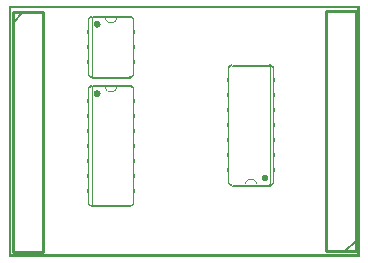
<source format=gto>
G04 MADE WITH FRITZING*
G04 WWW.FRITZING.ORG*
G04 DOUBLE SIDED*
G04 HOLES PLATED*
G04 CONTOUR ON CENTER OF CONTOUR VECTOR*
%ASAXBY*%
%FSLAX23Y23*%
%MOIN*%
%OFA0B0*%
%SFA1.0B1.0*%
%ADD10C,0.010000*%
%ADD11C,0.005000*%
%ADD12C,0.006000*%
%ADD13C,0.002000*%
%ADD14R,0.001000X0.001000*%
%LNSILK1*%
G90*
G70*
G54D10*
X1156Y19D02*
X1156Y819D01*
D02*
X1156Y819D02*
X1056Y819D01*
D02*
X1056Y819D02*
X1056Y19D01*
D02*
X1056Y19D02*
X1156Y19D01*
G54D11*
D02*
X1156Y54D02*
X1121Y19D01*
G54D10*
D02*
X13Y816D02*
X13Y16D01*
D02*
X13Y16D02*
X113Y16D01*
D02*
X113Y16D02*
X113Y816D01*
D02*
X113Y816D02*
X13Y816D01*
G54D11*
D02*
X13Y781D02*
X48Y816D01*
G54D12*
D02*
X279Y170D02*
X403Y170D01*
D02*
X403Y570D02*
X279Y570D01*
G54D13*
D02*
X278Y570D02*
X278Y170D01*
G54D12*
D02*
X870Y638D02*
X746Y638D01*
D02*
X746Y238D02*
X870Y238D01*
G54D13*
D02*
X871Y238D02*
X871Y638D01*
G54D12*
D02*
X279Y598D02*
X403Y598D01*
D02*
X403Y801D02*
X279Y801D01*
G54D13*
D02*
X278Y800D02*
X278Y599D01*
G54D14*
X0Y837D02*
X1169Y837D01*
X0Y836D02*
X1169Y836D01*
X0Y835D02*
X1169Y835D01*
X0Y834D02*
X1169Y834D01*
X0Y833D02*
X1169Y833D01*
X0Y832D02*
X1169Y832D01*
X0Y831D02*
X1169Y831D01*
X0Y830D02*
X1169Y830D01*
X0Y829D02*
X7Y829D01*
X1162Y829D02*
X1169Y829D01*
X0Y828D02*
X7Y828D01*
X1162Y828D02*
X1169Y828D01*
X0Y827D02*
X7Y827D01*
X1162Y827D02*
X1169Y827D01*
X0Y826D02*
X7Y826D01*
X1162Y826D02*
X1169Y826D01*
X0Y825D02*
X7Y825D01*
X1162Y825D02*
X1169Y825D01*
X0Y824D02*
X7Y824D01*
X1162Y824D02*
X1169Y824D01*
X0Y823D02*
X7Y823D01*
X1162Y823D02*
X1169Y823D01*
X0Y822D02*
X7Y822D01*
X1162Y822D02*
X1169Y822D01*
X0Y821D02*
X7Y821D01*
X1162Y821D02*
X1169Y821D01*
X0Y820D02*
X7Y820D01*
X1162Y820D02*
X1169Y820D01*
X0Y819D02*
X7Y819D01*
X1162Y819D02*
X1169Y819D01*
X0Y818D02*
X7Y818D01*
X1162Y818D02*
X1169Y818D01*
X0Y817D02*
X7Y817D01*
X1162Y817D02*
X1169Y817D01*
X0Y816D02*
X7Y816D01*
X1162Y816D02*
X1169Y816D01*
X0Y815D02*
X7Y815D01*
X1162Y815D02*
X1169Y815D01*
X0Y814D02*
X7Y814D01*
X1162Y814D02*
X1169Y814D01*
X0Y813D02*
X7Y813D01*
X1162Y813D02*
X1169Y813D01*
X0Y812D02*
X7Y812D01*
X1162Y812D02*
X1169Y812D01*
X0Y811D02*
X7Y811D01*
X1162Y811D02*
X1169Y811D01*
X0Y810D02*
X7Y810D01*
X1162Y810D02*
X1169Y810D01*
X0Y809D02*
X7Y809D01*
X1162Y809D02*
X1169Y809D01*
X0Y808D02*
X7Y808D01*
X1162Y808D02*
X1169Y808D01*
X0Y807D02*
X7Y807D01*
X1162Y807D02*
X1169Y807D01*
X0Y806D02*
X7Y806D01*
X1162Y806D02*
X1169Y806D01*
X0Y805D02*
X7Y805D01*
X1162Y805D02*
X1169Y805D01*
X0Y804D02*
X7Y804D01*
X276Y804D02*
X278Y804D01*
X403Y804D02*
X405Y804D01*
X1162Y804D02*
X1169Y804D01*
X0Y803D02*
X7Y803D01*
X273Y803D02*
X278Y803D01*
X403Y803D02*
X408Y803D01*
X1162Y803D02*
X1169Y803D01*
X0Y802D02*
X7Y802D01*
X271Y802D02*
X278Y802D01*
X403Y802D02*
X410Y802D01*
X1162Y802D02*
X1169Y802D01*
X0Y801D02*
X7Y801D01*
X269Y801D02*
X278Y801D01*
X319Y801D02*
X321Y801D01*
X359Y801D02*
X361Y801D01*
X403Y801D02*
X412Y801D01*
X1162Y801D02*
X1169Y801D01*
X0Y800D02*
X7Y800D01*
X268Y800D02*
X278Y800D01*
X319Y800D02*
X321Y800D01*
X359Y800D02*
X361Y800D01*
X403Y800D02*
X413Y800D01*
X1162Y800D02*
X1169Y800D01*
X0Y799D02*
X7Y799D01*
X266Y799D02*
X278Y799D01*
X319Y799D02*
X322Y799D01*
X359Y799D02*
X361Y799D01*
X403Y799D02*
X414Y799D01*
X1162Y799D02*
X1169Y799D01*
X0Y798D02*
X7Y798D01*
X266Y798D02*
X275Y798D01*
X320Y798D02*
X322Y798D01*
X359Y798D02*
X361Y798D01*
X406Y798D02*
X415Y798D01*
X1162Y798D02*
X1169Y798D01*
X0Y797D02*
X7Y797D01*
X265Y797D02*
X272Y797D01*
X320Y797D02*
X322Y797D01*
X359Y797D02*
X361Y797D01*
X408Y797D02*
X416Y797D01*
X1162Y797D02*
X1169Y797D01*
X0Y796D02*
X7Y796D01*
X264Y796D02*
X271Y796D01*
X320Y796D02*
X322Y796D01*
X358Y796D02*
X361Y796D01*
X410Y796D02*
X417Y796D01*
X1162Y796D02*
X1169Y796D01*
X0Y795D02*
X7Y795D01*
X263Y795D02*
X269Y795D01*
X320Y795D02*
X322Y795D01*
X358Y795D02*
X360Y795D01*
X411Y795D02*
X417Y795D01*
X1162Y795D02*
X1169Y795D01*
X0Y794D02*
X7Y794D01*
X265Y794D02*
X268Y794D01*
X321Y794D02*
X323Y794D01*
X358Y794D02*
X360Y794D01*
X412Y794D02*
X416Y794D01*
X1162Y794D02*
X1169Y794D01*
X0Y793D02*
X7Y793D01*
X265Y793D02*
X268Y793D01*
X321Y793D02*
X323Y793D01*
X357Y793D02*
X360Y793D01*
X413Y793D02*
X416Y793D01*
X1162Y793D02*
X1169Y793D01*
X0Y792D02*
X7Y792D01*
X265Y792D02*
X267Y792D01*
X322Y792D02*
X324Y792D01*
X357Y792D02*
X359Y792D01*
X413Y792D02*
X416Y792D01*
X1162Y792D02*
X1169Y792D01*
X0Y791D02*
X7Y791D01*
X265Y791D02*
X267Y791D01*
X322Y791D02*
X324Y791D01*
X356Y791D02*
X358Y791D01*
X414Y791D02*
X416Y791D01*
X1162Y791D02*
X1169Y791D01*
X0Y790D02*
X7Y790D01*
X265Y790D02*
X266Y790D01*
X323Y790D02*
X325Y790D01*
X355Y790D02*
X358Y790D01*
X414Y790D02*
X416Y790D01*
X1162Y790D02*
X1169Y790D01*
X0Y789D02*
X7Y789D01*
X265Y789D02*
X266Y789D01*
X323Y789D02*
X326Y789D01*
X355Y789D02*
X357Y789D01*
X414Y789D02*
X416Y789D01*
X1162Y789D02*
X1169Y789D01*
X0Y788D02*
X7Y788D01*
X265Y788D02*
X266Y788D01*
X324Y788D02*
X327Y788D01*
X354Y788D02*
X356Y788D01*
X415Y788D02*
X416Y788D01*
X1162Y788D02*
X1169Y788D01*
X0Y787D02*
X7Y787D01*
X265Y787D02*
X266Y787D01*
X291Y787D02*
X297Y787D01*
X325Y787D02*
X328Y787D01*
X353Y787D02*
X356Y787D01*
X415Y787D02*
X416Y787D01*
X1162Y787D02*
X1169Y787D01*
X0Y786D02*
X7Y786D01*
X265Y786D02*
X266Y786D01*
X289Y786D02*
X299Y786D01*
X326Y786D02*
X329Y786D01*
X351Y786D02*
X355Y786D01*
X415Y786D02*
X416Y786D01*
X1162Y786D02*
X1169Y786D01*
X0Y785D02*
X7Y785D01*
X265Y785D02*
X266Y785D01*
X287Y785D02*
X301Y785D01*
X327Y785D02*
X331Y785D01*
X349Y785D02*
X353Y785D01*
X415Y785D02*
X416Y785D01*
X1162Y785D02*
X1169Y785D01*
X0Y784D02*
X7Y784D01*
X265Y784D02*
X266Y784D01*
X286Y784D02*
X302Y784D01*
X328Y784D02*
X333Y784D01*
X347Y784D02*
X352Y784D01*
X415Y784D02*
X416Y784D01*
X1162Y784D02*
X1169Y784D01*
X0Y783D02*
X7Y783D01*
X265Y783D02*
X266Y783D01*
X285Y783D02*
X302Y783D01*
X330Y783D02*
X338Y783D01*
X343Y783D02*
X351Y783D01*
X415Y783D02*
X416Y783D01*
X1162Y783D02*
X1169Y783D01*
X0Y782D02*
X7Y782D01*
X265Y782D02*
X266Y782D01*
X285Y782D02*
X303Y782D01*
X332Y782D02*
X349Y782D01*
X415Y782D02*
X416Y782D01*
X1162Y782D02*
X1169Y782D01*
X0Y781D02*
X7Y781D01*
X265Y781D02*
X266Y781D01*
X284Y781D02*
X304Y781D01*
X334Y781D02*
X346Y781D01*
X415Y781D02*
X416Y781D01*
X1162Y781D02*
X1169Y781D01*
X0Y780D02*
X7Y780D01*
X265Y780D02*
X266Y780D01*
X284Y780D02*
X304Y780D01*
X338Y780D02*
X342Y780D01*
X415Y780D02*
X416Y780D01*
X1162Y780D02*
X1169Y780D01*
X0Y779D02*
X7Y779D01*
X265Y779D02*
X266Y779D01*
X283Y779D02*
X304Y779D01*
X415Y779D02*
X416Y779D01*
X1162Y779D02*
X1169Y779D01*
X0Y778D02*
X7Y778D01*
X265Y778D02*
X266Y778D01*
X283Y778D02*
X304Y778D01*
X415Y778D02*
X416Y778D01*
X1162Y778D02*
X1169Y778D01*
X0Y777D02*
X7Y777D01*
X265Y777D02*
X266Y777D01*
X283Y777D02*
X305Y777D01*
X415Y777D02*
X416Y777D01*
X1162Y777D02*
X1169Y777D01*
X0Y776D02*
X7Y776D01*
X265Y776D02*
X266Y776D01*
X283Y776D02*
X305Y776D01*
X415Y776D02*
X416Y776D01*
X1162Y776D02*
X1169Y776D01*
X0Y775D02*
X7Y775D01*
X265Y775D02*
X266Y775D01*
X283Y775D02*
X304Y775D01*
X415Y775D02*
X416Y775D01*
X1162Y775D02*
X1169Y775D01*
X0Y774D02*
X7Y774D01*
X265Y774D02*
X266Y774D01*
X283Y774D02*
X304Y774D01*
X415Y774D02*
X416Y774D01*
X1162Y774D02*
X1169Y774D01*
X0Y773D02*
X7Y773D01*
X265Y773D02*
X266Y773D01*
X284Y773D02*
X304Y773D01*
X415Y773D02*
X416Y773D01*
X1162Y773D02*
X1169Y773D01*
X0Y772D02*
X7Y772D01*
X265Y772D02*
X266Y772D01*
X284Y772D02*
X304Y772D01*
X415Y772D02*
X416Y772D01*
X1162Y772D02*
X1169Y772D01*
X0Y771D02*
X7Y771D01*
X265Y771D02*
X266Y771D01*
X285Y771D02*
X303Y771D01*
X415Y771D02*
X416Y771D01*
X1162Y771D02*
X1169Y771D01*
X0Y770D02*
X7Y770D01*
X265Y770D02*
X266Y770D01*
X285Y770D02*
X302Y770D01*
X415Y770D02*
X416Y770D01*
X1162Y770D02*
X1169Y770D01*
X0Y769D02*
X7Y769D01*
X265Y769D02*
X266Y769D01*
X286Y769D02*
X302Y769D01*
X415Y769D02*
X416Y769D01*
X1162Y769D02*
X1169Y769D01*
X0Y768D02*
X7Y768D01*
X265Y768D02*
X266Y768D01*
X287Y768D02*
X301Y768D01*
X415Y768D02*
X416Y768D01*
X1162Y768D02*
X1169Y768D01*
X0Y767D02*
X7Y767D01*
X265Y767D02*
X266Y767D01*
X288Y767D02*
X299Y767D01*
X415Y767D02*
X416Y767D01*
X1162Y767D02*
X1169Y767D01*
X0Y766D02*
X7Y766D01*
X265Y766D02*
X266Y766D01*
X290Y766D02*
X297Y766D01*
X415Y766D02*
X416Y766D01*
X1162Y766D02*
X1169Y766D01*
X0Y765D02*
X7Y765D01*
X265Y765D02*
X266Y765D01*
X415Y765D02*
X416Y765D01*
X1162Y765D02*
X1169Y765D01*
X0Y764D02*
X7Y764D01*
X265Y764D02*
X266Y764D01*
X415Y764D02*
X416Y764D01*
X1162Y764D02*
X1169Y764D01*
X0Y763D02*
X7Y763D01*
X265Y763D02*
X266Y763D01*
X415Y763D02*
X416Y763D01*
X1162Y763D02*
X1169Y763D01*
X0Y762D02*
X7Y762D01*
X265Y762D02*
X266Y762D01*
X415Y762D02*
X416Y762D01*
X1162Y762D02*
X1169Y762D01*
X0Y761D02*
X7Y761D01*
X265Y761D02*
X266Y761D01*
X415Y761D02*
X416Y761D01*
X1162Y761D02*
X1169Y761D01*
X0Y760D02*
X7Y760D01*
X265Y760D02*
X266Y760D01*
X415Y760D02*
X416Y760D01*
X1162Y760D02*
X1169Y760D01*
X0Y759D02*
X7Y759D01*
X265Y759D02*
X266Y759D01*
X415Y759D02*
X416Y759D01*
X1162Y759D02*
X1169Y759D01*
X0Y758D02*
X7Y758D01*
X261Y758D02*
X266Y758D01*
X415Y758D02*
X420Y758D01*
X1162Y758D02*
X1169Y758D01*
X0Y757D02*
X7Y757D01*
X261Y757D02*
X266Y757D01*
X415Y757D02*
X420Y757D01*
X1162Y757D02*
X1169Y757D01*
X0Y756D02*
X7Y756D01*
X261Y756D02*
X266Y756D01*
X415Y756D02*
X420Y756D01*
X1162Y756D02*
X1169Y756D01*
X0Y755D02*
X7Y755D01*
X261Y755D02*
X266Y755D01*
X415Y755D02*
X420Y755D01*
X1162Y755D02*
X1169Y755D01*
X0Y754D02*
X7Y754D01*
X261Y754D02*
X266Y754D01*
X415Y754D02*
X420Y754D01*
X1162Y754D02*
X1169Y754D01*
X0Y753D02*
X7Y753D01*
X261Y753D02*
X266Y753D01*
X415Y753D02*
X420Y753D01*
X1162Y753D02*
X1169Y753D01*
X0Y752D02*
X7Y752D01*
X261Y752D02*
X266Y752D01*
X415Y752D02*
X420Y752D01*
X1162Y752D02*
X1169Y752D01*
X0Y751D02*
X7Y751D01*
X261Y751D02*
X266Y751D01*
X415Y751D02*
X420Y751D01*
X1162Y751D02*
X1169Y751D01*
X0Y750D02*
X7Y750D01*
X261Y750D02*
X266Y750D01*
X415Y750D02*
X420Y750D01*
X1162Y750D02*
X1169Y750D01*
X0Y749D02*
X7Y749D01*
X261Y749D02*
X266Y749D01*
X415Y749D02*
X420Y749D01*
X1162Y749D02*
X1169Y749D01*
X0Y748D02*
X7Y748D01*
X261Y748D02*
X266Y748D01*
X415Y748D02*
X420Y748D01*
X1162Y748D02*
X1169Y748D01*
X0Y747D02*
X7Y747D01*
X261Y747D02*
X266Y747D01*
X415Y747D02*
X420Y747D01*
X1162Y747D02*
X1169Y747D01*
X0Y746D02*
X7Y746D01*
X261Y746D02*
X266Y746D01*
X415Y746D02*
X420Y746D01*
X1162Y746D02*
X1169Y746D01*
X0Y745D02*
X7Y745D01*
X261Y745D02*
X266Y745D01*
X415Y745D02*
X420Y745D01*
X1162Y745D02*
X1169Y745D01*
X0Y744D02*
X7Y744D01*
X265Y744D02*
X266Y744D01*
X415Y744D02*
X416Y744D01*
X1162Y744D02*
X1169Y744D01*
X0Y743D02*
X7Y743D01*
X265Y743D02*
X266Y743D01*
X415Y743D02*
X416Y743D01*
X1162Y743D02*
X1169Y743D01*
X0Y742D02*
X7Y742D01*
X265Y742D02*
X266Y742D01*
X415Y742D02*
X416Y742D01*
X1162Y742D02*
X1169Y742D01*
X0Y741D02*
X7Y741D01*
X265Y741D02*
X266Y741D01*
X415Y741D02*
X416Y741D01*
X1162Y741D02*
X1169Y741D01*
X0Y740D02*
X7Y740D01*
X265Y740D02*
X266Y740D01*
X415Y740D02*
X416Y740D01*
X1162Y740D02*
X1169Y740D01*
X0Y739D02*
X7Y739D01*
X265Y739D02*
X266Y739D01*
X415Y739D02*
X416Y739D01*
X1162Y739D02*
X1169Y739D01*
X0Y738D02*
X7Y738D01*
X265Y738D02*
X266Y738D01*
X415Y738D02*
X416Y738D01*
X1162Y738D02*
X1169Y738D01*
X0Y737D02*
X7Y737D01*
X265Y737D02*
X266Y737D01*
X415Y737D02*
X416Y737D01*
X1162Y737D02*
X1169Y737D01*
X0Y736D02*
X7Y736D01*
X265Y736D02*
X266Y736D01*
X415Y736D02*
X416Y736D01*
X1162Y736D02*
X1169Y736D01*
X0Y735D02*
X7Y735D01*
X265Y735D02*
X266Y735D01*
X415Y735D02*
X416Y735D01*
X1162Y735D02*
X1169Y735D01*
X0Y734D02*
X7Y734D01*
X265Y734D02*
X266Y734D01*
X415Y734D02*
X416Y734D01*
X1162Y734D02*
X1169Y734D01*
X0Y733D02*
X7Y733D01*
X265Y733D02*
X266Y733D01*
X415Y733D02*
X416Y733D01*
X1162Y733D02*
X1169Y733D01*
X0Y732D02*
X7Y732D01*
X265Y732D02*
X266Y732D01*
X415Y732D02*
X416Y732D01*
X1162Y732D02*
X1169Y732D01*
X0Y731D02*
X7Y731D01*
X265Y731D02*
X266Y731D01*
X415Y731D02*
X416Y731D01*
X1162Y731D02*
X1169Y731D01*
X0Y730D02*
X7Y730D01*
X265Y730D02*
X266Y730D01*
X415Y730D02*
X416Y730D01*
X1162Y730D02*
X1169Y730D01*
X0Y729D02*
X7Y729D01*
X265Y729D02*
X266Y729D01*
X415Y729D02*
X416Y729D01*
X1162Y729D02*
X1169Y729D01*
X0Y728D02*
X7Y728D01*
X265Y728D02*
X266Y728D01*
X415Y728D02*
X416Y728D01*
X1162Y728D02*
X1169Y728D01*
X0Y727D02*
X7Y727D01*
X265Y727D02*
X266Y727D01*
X415Y727D02*
X416Y727D01*
X1162Y727D02*
X1169Y727D01*
X0Y726D02*
X7Y726D01*
X265Y726D02*
X266Y726D01*
X415Y726D02*
X416Y726D01*
X1162Y726D02*
X1169Y726D01*
X0Y725D02*
X7Y725D01*
X265Y725D02*
X266Y725D01*
X415Y725D02*
X416Y725D01*
X1162Y725D02*
X1169Y725D01*
X0Y724D02*
X7Y724D01*
X265Y724D02*
X266Y724D01*
X415Y724D02*
X416Y724D01*
X1162Y724D02*
X1169Y724D01*
X0Y723D02*
X7Y723D01*
X265Y723D02*
X266Y723D01*
X415Y723D02*
X416Y723D01*
X1162Y723D02*
X1169Y723D01*
X0Y722D02*
X7Y722D01*
X265Y722D02*
X266Y722D01*
X415Y722D02*
X416Y722D01*
X1162Y722D02*
X1169Y722D01*
X0Y721D02*
X7Y721D01*
X265Y721D02*
X266Y721D01*
X415Y721D02*
X416Y721D01*
X1162Y721D02*
X1169Y721D01*
X0Y720D02*
X7Y720D01*
X265Y720D02*
X266Y720D01*
X415Y720D02*
X416Y720D01*
X1162Y720D02*
X1169Y720D01*
X0Y719D02*
X7Y719D01*
X265Y719D02*
X266Y719D01*
X415Y719D02*
X416Y719D01*
X1162Y719D02*
X1169Y719D01*
X0Y718D02*
X7Y718D01*
X265Y718D02*
X266Y718D01*
X415Y718D02*
X416Y718D01*
X1162Y718D02*
X1169Y718D01*
X0Y717D02*
X7Y717D01*
X265Y717D02*
X266Y717D01*
X415Y717D02*
X416Y717D01*
X1162Y717D02*
X1169Y717D01*
X0Y716D02*
X7Y716D01*
X265Y716D02*
X266Y716D01*
X415Y716D02*
X416Y716D01*
X1162Y716D02*
X1169Y716D01*
X0Y715D02*
X7Y715D01*
X265Y715D02*
X266Y715D01*
X415Y715D02*
X416Y715D01*
X1162Y715D02*
X1169Y715D01*
X0Y714D02*
X7Y714D01*
X265Y714D02*
X266Y714D01*
X415Y714D02*
X416Y714D01*
X1162Y714D02*
X1169Y714D01*
X0Y713D02*
X7Y713D01*
X265Y713D02*
X266Y713D01*
X415Y713D02*
X416Y713D01*
X1162Y713D02*
X1169Y713D01*
X0Y712D02*
X7Y712D01*
X265Y712D02*
X266Y712D01*
X415Y712D02*
X416Y712D01*
X1162Y712D02*
X1169Y712D01*
X0Y711D02*
X7Y711D01*
X265Y711D02*
X266Y711D01*
X415Y711D02*
X416Y711D01*
X1162Y711D02*
X1169Y711D01*
X0Y710D02*
X7Y710D01*
X265Y710D02*
X266Y710D01*
X415Y710D02*
X416Y710D01*
X1162Y710D02*
X1169Y710D01*
X0Y709D02*
X7Y709D01*
X265Y709D02*
X266Y709D01*
X415Y709D02*
X416Y709D01*
X1162Y709D02*
X1169Y709D01*
X0Y708D02*
X7Y708D01*
X261Y708D02*
X266Y708D01*
X415Y708D02*
X420Y708D01*
X1162Y708D02*
X1169Y708D01*
X0Y707D02*
X7Y707D01*
X261Y707D02*
X266Y707D01*
X415Y707D02*
X420Y707D01*
X1162Y707D02*
X1169Y707D01*
X0Y706D02*
X7Y706D01*
X261Y706D02*
X266Y706D01*
X415Y706D02*
X420Y706D01*
X1162Y706D02*
X1169Y706D01*
X0Y705D02*
X7Y705D01*
X261Y705D02*
X266Y705D01*
X415Y705D02*
X420Y705D01*
X1162Y705D02*
X1169Y705D01*
X0Y704D02*
X7Y704D01*
X261Y704D02*
X266Y704D01*
X415Y704D02*
X420Y704D01*
X1162Y704D02*
X1169Y704D01*
X0Y703D02*
X7Y703D01*
X261Y703D02*
X266Y703D01*
X415Y703D02*
X420Y703D01*
X1162Y703D02*
X1169Y703D01*
X0Y702D02*
X7Y702D01*
X261Y702D02*
X266Y702D01*
X415Y702D02*
X420Y702D01*
X1162Y702D02*
X1169Y702D01*
X0Y701D02*
X7Y701D01*
X261Y701D02*
X266Y701D01*
X415Y701D02*
X420Y701D01*
X1162Y701D02*
X1169Y701D01*
X0Y700D02*
X7Y700D01*
X261Y700D02*
X266Y700D01*
X415Y700D02*
X420Y700D01*
X1162Y700D02*
X1169Y700D01*
X0Y699D02*
X7Y699D01*
X261Y699D02*
X266Y699D01*
X415Y699D02*
X420Y699D01*
X1162Y699D02*
X1169Y699D01*
X0Y698D02*
X7Y698D01*
X261Y698D02*
X266Y698D01*
X415Y698D02*
X420Y698D01*
X1162Y698D02*
X1169Y698D01*
X0Y697D02*
X7Y697D01*
X261Y697D02*
X266Y697D01*
X415Y697D02*
X420Y697D01*
X1162Y697D02*
X1169Y697D01*
X0Y696D02*
X7Y696D01*
X261Y696D02*
X266Y696D01*
X415Y696D02*
X420Y696D01*
X1162Y696D02*
X1169Y696D01*
X0Y695D02*
X7Y695D01*
X261Y695D02*
X266Y695D01*
X415Y695D02*
X420Y695D01*
X1162Y695D02*
X1169Y695D01*
X0Y694D02*
X7Y694D01*
X265Y694D02*
X266Y694D01*
X415Y694D02*
X416Y694D01*
X1162Y694D02*
X1169Y694D01*
X0Y693D02*
X7Y693D01*
X265Y693D02*
X266Y693D01*
X415Y693D02*
X416Y693D01*
X1162Y693D02*
X1169Y693D01*
X0Y692D02*
X7Y692D01*
X265Y692D02*
X266Y692D01*
X415Y692D02*
X416Y692D01*
X1162Y692D02*
X1169Y692D01*
X0Y691D02*
X7Y691D01*
X265Y691D02*
X266Y691D01*
X415Y691D02*
X416Y691D01*
X1162Y691D02*
X1169Y691D01*
X0Y690D02*
X7Y690D01*
X265Y690D02*
X266Y690D01*
X415Y690D02*
X416Y690D01*
X1162Y690D02*
X1169Y690D01*
X0Y689D02*
X7Y689D01*
X265Y689D02*
X266Y689D01*
X415Y689D02*
X416Y689D01*
X1162Y689D02*
X1169Y689D01*
X0Y688D02*
X7Y688D01*
X265Y688D02*
X266Y688D01*
X415Y688D02*
X416Y688D01*
X1162Y688D02*
X1169Y688D01*
X0Y687D02*
X7Y687D01*
X265Y687D02*
X266Y687D01*
X415Y687D02*
X416Y687D01*
X1162Y687D02*
X1169Y687D01*
X0Y686D02*
X7Y686D01*
X265Y686D02*
X266Y686D01*
X415Y686D02*
X416Y686D01*
X1162Y686D02*
X1169Y686D01*
X0Y685D02*
X7Y685D01*
X265Y685D02*
X266Y685D01*
X415Y685D02*
X416Y685D01*
X1162Y685D02*
X1169Y685D01*
X0Y684D02*
X7Y684D01*
X265Y684D02*
X266Y684D01*
X415Y684D02*
X416Y684D01*
X1162Y684D02*
X1169Y684D01*
X0Y683D02*
X7Y683D01*
X265Y683D02*
X266Y683D01*
X415Y683D02*
X416Y683D01*
X1162Y683D02*
X1169Y683D01*
X0Y682D02*
X7Y682D01*
X265Y682D02*
X266Y682D01*
X415Y682D02*
X416Y682D01*
X1162Y682D02*
X1169Y682D01*
X0Y681D02*
X7Y681D01*
X265Y681D02*
X266Y681D01*
X415Y681D02*
X416Y681D01*
X1162Y681D02*
X1169Y681D01*
X0Y680D02*
X7Y680D01*
X265Y680D02*
X266Y680D01*
X415Y680D02*
X416Y680D01*
X1162Y680D02*
X1169Y680D01*
X0Y679D02*
X7Y679D01*
X265Y679D02*
X266Y679D01*
X415Y679D02*
X416Y679D01*
X1162Y679D02*
X1169Y679D01*
X0Y678D02*
X7Y678D01*
X265Y678D02*
X266Y678D01*
X415Y678D02*
X416Y678D01*
X1162Y678D02*
X1169Y678D01*
X0Y677D02*
X7Y677D01*
X265Y677D02*
X266Y677D01*
X415Y677D02*
X416Y677D01*
X1162Y677D02*
X1169Y677D01*
X0Y676D02*
X7Y676D01*
X265Y676D02*
X266Y676D01*
X415Y676D02*
X416Y676D01*
X1162Y676D02*
X1169Y676D01*
X0Y675D02*
X7Y675D01*
X265Y675D02*
X266Y675D01*
X415Y675D02*
X416Y675D01*
X1162Y675D02*
X1169Y675D01*
X0Y674D02*
X7Y674D01*
X265Y674D02*
X266Y674D01*
X415Y674D02*
X416Y674D01*
X1162Y674D02*
X1169Y674D01*
X0Y673D02*
X7Y673D01*
X265Y673D02*
X266Y673D01*
X415Y673D02*
X416Y673D01*
X1162Y673D02*
X1169Y673D01*
X0Y672D02*
X7Y672D01*
X265Y672D02*
X266Y672D01*
X415Y672D02*
X416Y672D01*
X1162Y672D02*
X1169Y672D01*
X0Y671D02*
X7Y671D01*
X265Y671D02*
X266Y671D01*
X415Y671D02*
X416Y671D01*
X1162Y671D02*
X1169Y671D01*
X0Y670D02*
X7Y670D01*
X265Y670D02*
X266Y670D01*
X415Y670D02*
X416Y670D01*
X1162Y670D02*
X1169Y670D01*
X0Y669D02*
X7Y669D01*
X265Y669D02*
X266Y669D01*
X415Y669D02*
X416Y669D01*
X1162Y669D02*
X1169Y669D01*
X0Y668D02*
X7Y668D01*
X265Y668D02*
X266Y668D01*
X415Y668D02*
X416Y668D01*
X1162Y668D02*
X1169Y668D01*
X0Y667D02*
X7Y667D01*
X265Y667D02*
X266Y667D01*
X415Y667D02*
X416Y667D01*
X1162Y667D02*
X1169Y667D01*
X0Y666D02*
X7Y666D01*
X265Y666D02*
X266Y666D01*
X415Y666D02*
X416Y666D01*
X1162Y666D02*
X1169Y666D01*
X0Y665D02*
X7Y665D01*
X265Y665D02*
X266Y665D01*
X415Y665D02*
X416Y665D01*
X1162Y665D02*
X1169Y665D01*
X0Y664D02*
X7Y664D01*
X265Y664D02*
X266Y664D01*
X415Y664D02*
X416Y664D01*
X1162Y664D02*
X1169Y664D01*
X0Y663D02*
X7Y663D01*
X265Y663D02*
X266Y663D01*
X415Y663D02*
X416Y663D01*
X1162Y663D02*
X1169Y663D01*
X0Y662D02*
X7Y662D01*
X265Y662D02*
X266Y662D01*
X415Y662D02*
X416Y662D01*
X1162Y662D02*
X1169Y662D01*
X0Y661D02*
X7Y661D01*
X265Y661D02*
X266Y661D01*
X415Y661D02*
X416Y661D01*
X1162Y661D02*
X1169Y661D01*
X0Y660D02*
X7Y660D01*
X265Y660D02*
X266Y660D01*
X415Y660D02*
X416Y660D01*
X1162Y660D02*
X1169Y660D01*
X0Y659D02*
X7Y659D01*
X265Y659D02*
X266Y659D01*
X415Y659D02*
X416Y659D01*
X1162Y659D02*
X1169Y659D01*
X0Y658D02*
X7Y658D01*
X261Y658D02*
X266Y658D01*
X415Y658D02*
X420Y658D01*
X1162Y658D02*
X1169Y658D01*
X0Y657D02*
X7Y657D01*
X261Y657D02*
X266Y657D01*
X415Y657D02*
X420Y657D01*
X1162Y657D02*
X1169Y657D01*
X0Y656D02*
X7Y656D01*
X261Y656D02*
X266Y656D01*
X415Y656D02*
X420Y656D01*
X1162Y656D02*
X1169Y656D01*
X0Y655D02*
X7Y655D01*
X261Y655D02*
X266Y655D01*
X415Y655D02*
X420Y655D01*
X1162Y655D02*
X1169Y655D01*
X0Y654D02*
X7Y654D01*
X261Y654D02*
X266Y654D01*
X415Y654D02*
X420Y654D01*
X1162Y654D02*
X1169Y654D01*
X0Y653D02*
X7Y653D01*
X261Y653D02*
X266Y653D01*
X415Y653D02*
X420Y653D01*
X1162Y653D02*
X1169Y653D01*
X0Y652D02*
X7Y652D01*
X261Y652D02*
X266Y652D01*
X415Y652D02*
X420Y652D01*
X1162Y652D02*
X1169Y652D01*
X0Y651D02*
X7Y651D01*
X261Y651D02*
X266Y651D01*
X415Y651D02*
X420Y651D01*
X1162Y651D02*
X1169Y651D01*
X0Y650D02*
X7Y650D01*
X261Y650D02*
X266Y650D01*
X415Y650D02*
X420Y650D01*
X1162Y650D02*
X1169Y650D01*
X0Y649D02*
X7Y649D01*
X261Y649D02*
X266Y649D01*
X415Y649D02*
X420Y649D01*
X1162Y649D02*
X1169Y649D01*
X0Y648D02*
X7Y648D01*
X261Y648D02*
X266Y648D01*
X415Y648D02*
X420Y648D01*
X1162Y648D02*
X1169Y648D01*
X0Y647D02*
X7Y647D01*
X261Y647D02*
X266Y647D01*
X415Y647D02*
X420Y647D01*
X1162Y647D02*
X1169Y647D01*
X0Y646D02*
X7Y646D01*
X261Y646D02*
X266Y646D01*
X415Y646D02*
X420Y646D01*
X1162Y646D02*
X1169Y646D01*
X0Y645D02*
X7Y645D01*
X261Y645D02*
X266Y645D01*
X415Y645D02*
X420Y645D01*
X1162Y645D02*
X1169Y645D01*
X0Y644D02*
X7Y644D01*
X265Y644D02*
X266Y644D01*
X415Y644D02*
X416Y644D01*
X1162Y644D02*
X1169Y644D01*
X0Y643D02*
X7Y643D01*
X265Y643D02*
X266Y643D01*
X415Y643D02*
X416Y643D01*
X1162Y643D02*
X1169Y643D01*
X0Y642D02*
X7Y642D01*
X265Y642D02*
X266Y642D01*
X415Y642D02*
X416Y642D01*
X742Y642D02*
X744Y642D01*
X869Y642D02*
X872Y642D01*
X1162Y642D02*
X1169Y642D01*
X0Y641D02*
X7Y641D01*
X265Y641D02*
X266Y641D01*
X415Y641D02*
X416Y641D01*
X739Y641D02*
X744Y641D01*
X869Y641D02*
X875Y641D01*
X1162Y641D02*
X1169Y641D01*
X0Y640D02*
X7Y640D01*
X265Y640D02*
X266Y640D01*
X415Y640D02*
X416Y640D01*
X737Y640D02*
X744Y640D01*
X869Y640D02*
X877Y640D01*
X1162Y640D02*
X1169Y640D01*
X0Y639D02*
X7Y639D01*
X265Y639D02*
X266Y639D01*
X415Y639D02*
X416Y639D01*
X735Y639D02*
X744Y639D01*
X869Y639D02*
X878Y639D01*
X1162Y639D02*
X1169Y639D01*
X0Y638D02*
X7Y638D01*
X265Y638D02*
X266Y638D01*
X415Y638D02*
X416Y638D01*
X734Y638D02*
X744Y638D01*
X869Y638D02*
X880Y638D01*
X1162Y638D02*
X1169Y638D01*
X0Y637D02*
X7Y637D01*
X265Y637D02*
X266Y637D01*
X415Y637D02*
X416Y637D01*
X733Y637D02*
X744Y637D01*
X869Y637D02*
X881Y637D01*
X1162Y637D02*
X1169Y637D01*
X0Y636D02*
X7Y636D01*
X265Y636D02*
X266Y636D01*
X415Y636D02*
X416Y636D01*
X732Y636D02*
X741Y636D01*
X872Y636D02*
X882Y636D01*
X1162Y636D02*
X1169Y636D01*
X0Y635D02*
X7Y635D01*
X265Y635D02*
X266Y635D01*
X415Y635D02*
X416Y635D01*
X731Y635D02*
X739Y635D01*
X875Y635D02*
X883Y635D01*
X1162Y635D02*
X1169Y635D01*
X0Y634D02*
X7Y634D01*
X265Y634D02*
X266Y634D01*
X415Y634D02*
X416Y634D01*
X731Y634D02*
X737Y634D01*
X877Y634D02*
X883Y634D01*
X1162Y634D02*
X1169Y634D01*
X0Y633D02*
X7Y633D01*
X265Y633D02*
X266Y633D01*
X415Y633D02*
X416Y633D01*
X730Y633D02*
X736Y633D01*
X878Y633D02*
X884Y633D01*
X1162Y633D02*
X1169Y633D01*
X0Y632D02*
X7Y632D01*
X265Y632D02*
X266Y632D01*
X415Y632D02*
X416Y632D01*
X731Y632D02*
X735Y632D01*
X879Y632D02*
X882Y632D01*
X1162Y632D02*
X1169Y632D01*
X0Y631D02*
X7Y631D01*
X265Y631D02*
X266Y631D01*
X415Y631D02*
X416Y631D01*
X731Y631D02*
X734Y631D01*
X880Y631D02*
X882Y631D01*
X1162Y631D02*
X1169Y631D01*
X0Y630D02*
X7Y630D01*
X265Y630D02*
X266Y630D01*
X415Y630D02*
X416Y630D01*
X731Y630D02*
X734Y630D01*
X880Y630D02*
X882Y630D01*
X1162Y630D02*
X1169Y630D01*
X0Y629D02*
X7Y629D01*
X265Y629D02*
X266Y629D01*
X415Y629D02*
X416Y629D01*
X731Y629D02*
X733Y629D01*
X880Y629D02*
X882Y629D01*
X1162Y629D02*
X1169Y629D01*
X0Y628D02*
X7Y628D01*
X265Y628D02*
X266Y628D01*
X415Y628D02*
X416Y628D01*
X731Y628D02*
X733Y628D01*
X881Y628D02*
X882Y628D01*
X1162Y628D02*
X1169Y628D01*
X0Y627D02*
X7Y627D01*
X265Y627D02*
X266Y627D01*
X415Y627D02*
X416Y627D01*
X731Y627D02*
X733Y627D01*
X881Y627D02*
X882Y627D01*
X1162Y627D02*
X1169Y627D01*
X0Y626D02*
X7Y626D01*
X265Y626D02*
X266Y626D01*
X415Y626D02*
X416Y626D01*
X731Y626D02*
X733Y626D01*
X881Y626D02*
X882Y626D01*
X1162Y626D02*
X1169Y626D01*
X0Y625D02*
X7Y625D01*
X265Y625D02*
X266Y625D01*
X415Y625D02*
X416Y625D01*
X731Y625D02*
X733Y625D01*
X881Y625D02*
X882Y625D01*
X1162Y625D02*
X1169Y625D01*
X0Y624D02*
X7Y624D01*
X265Y624D02*
X266Y624D01*
X415Y624D02*
X416Y624D01*
X731Y624D02*
X732Y624D01*
X881Y624D02*
X882Y624D01*
X1162Y624D02*
X1169Y624D01*
X0Y623D02*
X7Y623D01*
X265Y623D02*
X266Y623D01*
X415Y623D02*
X416Y623D01*
X731Y623D02*
X732Y623D01*
X881Y623D02*
X882Y623D01*
X1162Y623D02*
X1169Y623D01*
X0Y622D02*
X7Y622D01*
X265Y622D02*
X266Y622D01*
X415Y622D02*
X416Y622D01*
X731Y622D02*
X732Y622D01*
X881Y622D02*
X882Y622D01*
X1162Y622D02*
X1169Y622D01*
X0Y621D02*
X7Y621D01*
X265Y621D02*
X266Y621D01*
X415Y621D02*
X416Y621D01*
X731Y621D02*
X732Y621D01*
X881Y621D02*
X882Y621D01*
X1162Y621D02*
X1169Y621D01*
X0Y620D02*
X7Y620D01*
X265Y620D02*
X266Y620D01*
X415Y620D02*
X416Y620D01*
X731Y620D02*
X732Y620D01*
X881Y620D02*
X882Y620D01*
X1162Y620D02*
X1169Y620D01*
X0Y619D02*
X7Y619D01*
X265Y619D02*
X266Y619D01*
X415Y619D02*
X416Y619D01*
X731Y619D02*
X732Y619D01*
X881Y619D02*
X882Y619D01*
X1162Y619D02*
X1169Y619D01*
X0Y618D02*
X7Y618D01*
X265Y618D02*
X266Y618D01*
X415Y618D02*
X416Y618D01*
X731Y618D02*
X732Y618D01*
X881Y618D02*
X882Y618D01*
X1162Y618D02*
X1169Y618D01*
X0Y617D02*
X7Y617D01*
X265Y617D02*
X266Y617D01*
X415Y617D02*
X416Y617D01*
X731Y617D02*
X732Y617D01*
X881Y617D02*
X882Y617D01*
X1162Y617D02*
X1169Y617D01*
X0Y616D02*
X7Y616D01*
X265Y616D02*
X266Y616D01*
X415Y616D02*
X416Y616D01*
X731Y616D02*
X732Y616D01*
X881Y616D02*
X882Y616D01*
X1162Y616D02*
X1169Y616D01*
X0Y615D02*
X7Y615D01*
X265Y615D02*
X266Y615D01*
X415Y615D02*
X416Y615D01*
X731Y615D02*
X732Y615D01*
X881Y615D02*
X882Y615D01*
X1162Y615D02*
X1169Y615D01*
X0Y614D02*
X7Y614D01*
X265Y614D02*
X266Y614D01*
X415Y614D02*
X416Y614D01*
X731Y614D02*
X732Y614D01*
X881Y614D02*
X882Y614D01*
X1162Y614D02*
X1169Y614D01*
X0Y613D02*
X7Y613D01*
X265Y613D02*
X266Y613D01*
X415Y613D02*
X416Y613D01*
X731Y613D02*
X732Y613D01*
X881Y613D02*
X882Y613D01*
X1162Y613D02*
X1169Y613D01*
X0Y612D02*
X7Y612D01*
X265Y612D02*
X266Y612D01*
X415Y612D02*
X416Y612D01*
X731Y612D02*
X732Y612D01*
X881Y612D02*
X882Y612D01*
X1162Y612D02*
X1169Y612D01*
X0Y611D02*
X7Y611D01*
X265Y611D02*
X266Y611D01*
X414Y611D02*
X416Y611D01*
X731Y611D02*
X732Y611D01*
X881Y611D02*
X882Y611D01*
X1162Y611D02*
X1169Y611D01*
X0Y610D02*
X7Y610D01*
X265Y610D02*
X267Y610D01*
X414Y610D02*
X416Y610D01*
X731Y610D02*
X732Y610D01*
X881Y610D02*
X882Y610D01*
X1162Y610D02*
X1169Y610D01*
X0Y609D02*
X7Y609D01*
X265Y609D02*
X267Y609D01*
X414Y609D02*
X416Y609D01*
X731Y609D02*
X732Y609D01*
X881Y609D02*
X882Y609D01*
X1162Y609D02*
X1169Y609D01*
X0Y608D02*
X7Y608D01*
X262Y608D02*
X268Y608D01*
X413Y608D02*
X418Y608D01*
X731Y608D02*
X732Y608D01*
X881Y608D02*
X882Y608D01*
X1162Y608D02*
X1169Y608D01*
X0Y607D02*
X7Y607D01*
X263Y607D02*
X268Y607D01*
X412Y607D02*
X418Y607D01*
X731Y607D02*
X732Y607D01*
X881Y607D02*
X882Y607D01*
X1162Y607D02*
X1169Y607D01*
X0Y606D02*
X7Y606D01*
X263Y606D02*
X269Y606D01*
X412Y606D02*
X417Y606D01*
X731Y606D02*
X732Y606D01*
X881Y606D02*
X882Y606D01*
X1162Y606D02*
X1169Y606D01*
X0Y605D02*
X7Y605D01*
X264Y605D02*
X270Y605D01*
X411Y605D02*
X417Y605D01*
X731Y605D02*
X732Y605D01*
X881Y605D02*
X882Y605D01*
X1162Y605D02*
X1169Y605D01*
X0Y604D02*
X7Y604D01*
X264Y604D02*
X271Y604D01*
X409Y604D02*
X416Y604D01*
X731Y604D02*
X732Y604D01*
X881Y604D02*
X882Y604D01*
X1162Y604D02*
X1169Y604D01*
X0Y603D02*
X7Y603D01*
X265Y603D02*
X274Y603D01*
X407Y603D02*
X415Y603D01*
X731Y603D02*
X732Y603D01*
X881Y603D02*
X882Y603D01*
X1162Y603D02*
X1169Y603D01*
X0Y602D02*
X7Y602D01*
X266Y602D02*
X279Y602D01*
X402Y602D02*
X414Y602D01*
X731Y602D02*
X732Y602D01*
X881Y602D02*
X882Y602D01*
X1162Y602D02*
X1169Y602D01*
X0Y601D02*
X7Y601D01*
X267Y601D02*
X280Y601D01*
X400Y601D02*
X413Y601D01*
X731Y601D02*
X732Y601D01*
X881Y601D02*
X882Y601D01*
X1162Y601D02*
X1169Y601D01*
X0Y600D02*
X7Y600D01*
X268Y600D02*
X281Y600D01*
X400Y600D02*
X412Y600D01*
X731Y600D02*
X732Y600D01*
X881Y600D02*
X882Y600D01*
X1162Y600D02*
X1169Y600D01*
X0Y599D02*
X7Y599D01*
X270Y599D02*
X281Y599D01*
X400Y599D02*
X411Y599D01*
X731Y599D02*
X732Y599D01*
X881Y599D02*
X882Y599D01*
X1162Y599D02*
X1169Y599D01*
X0Y598D02*
X7Y598D01*
X272Y598D02*
X280Y598D01*
X400Y598D02*
X409Y598D01*
X731Y598D02*
X732Y598D01*
X881Y598D02*
X882Y598D01*
X1162Y598D02*
X1169Y598D01*
X0Y597D02*
X7Y597D01*
X275Y597D02*
X280Y597D01*
X401Y597D02*
X406Y597D01*
X731Y597D02*
X732Y597D01*
X881Y597D02*
X882Y597D01*
X1162Y597D02*
X1169Y597D01*
X0Y596D02*
X7Y596D01*
X727Y596D02*
X732Y596D01*
X881Y596D02*
X886Y596D01*
X1162Y596D02*
X1169Y596D01*
X0Y595D02*
X7Y595D01*
X727Y595D02*
X732Y595D01*
X881Y595D02*
X886Y595D01*
X1162Y595D02*
X1169Y595D01*
X0Y594D02*
X7Y594D01*
X727Y594D02*
X732Y594D01*
X881Y594D02*
X886Y594D01*
X1162Y594D02*
X1169Y594D01*
X0Y593D02*
X7Y593D01*
X727Y593D02*
X732Y593D01*
X881Y593D02*
X886Y593D01*
X1162Y593D02*
X1169Y593D01*
X0Y592D02*
X7Y592D01*
X727Y592D02*
X732Y592D01*
X881Y592D02*
X886Y592D01*
X1162Y592D02*
X1169Y592D01*
X0Y591D02*
X7Y591D01*
X727Y591D02*
X732Y591D01*
X881Y591D02*
X886Y591D01*
X1162Y591D02*
X1169Y591D01*
X0Y590D02*
X7Y590D01*
X727Y590D02*
X732Y590D01*
X881Y590D02*
X886Y590D01*
X1162Y590D02*
X1169Y590D01*
X0Y589D02*
X7Y589D01*
X727Y589D02*
X732Y589D01*
X881Y589D02*
X886Y589D01*
X1162Y589D02*
X1169Y589D01*
X0Y588D02*
X7Y588D01*
X727Y588D02*
X732Y588D01*
X881Y588D02*
X886Y588D01*
X1162Y588D02*
X1169Y588D01*
X0Y587D02*
X7Y587D01*
X727Y587D02*
X732Y587D01*
X881Y587D02*
X886Y587D01*
X1162Y587D02*
X1169Y587D01*
X0Y586D02*
X7Y586D01*
X727Y586D02*
X732Y586D01*
X881Y586D02*
X886Y586D01*
X1162Y586D02*
X1169Y586D01*
X0Y585D02*
X7Y585D01*
X727Y585D02*
X732Y585D01*
X881Y585D02*
X886Y585D01*
X1162Y585D02*
X1169Y585D01*
X0Y584D02*
X7Y584D01*
X727Y584D02*
X732Y584D01*
X881Y584D02*
X886Y584D01*
X1162Y584D02*
X1169Y584D01*
X0Y583D02*
X7Y583D01*
X727Y583D02*
X732Y583D01*
X881Y583D02*
X886Y583D01*
X1162Y583D02*
X1169Y583D01*
X0Y582D02*
X7Y582D01*
X731Y582D02*
X732Y582D01*
X881Y582D02*
X882Y582D01*
X1162Y582D02*
X1169Y582D01*
X0Y581D02*
X7Y581D01*
X731Y581D02*
X732Y581D01*
X881Y581D02*
X882Y581D01*
X1162Y581D02*
X1169Y581D01*
X0Y580D02*
X7Y580D01*
X731Y580D02*
X732Y580D01*
X881Y580D02*
X882Y580D01*
X1162Y580D02*
X1169Y580D01*
X0Y579D02*
X7Y579D01*
X731Y579D02*
X732Y579D01*
X881Y579D02*
X882Y579D01*
X1162Y579D02*
X1169Y579D01*
X0Y578D02*
X7Y578D01*
X731Y578D02*
X732Y578D01*
X881Y578D02*
X882Y578D01*
X1162Y578D02*
X1169Y578D01*
X0Y577D02*
X7Y577D01*
X731Y577D02*
X732Y577D01*
X881Y577D02*
X882Y577D01*
X1162Y577D02*
X1169Y577D01*
X0Y576D02*
X7Y576D01*
X731Y576D02*
X732Y576D01*
X881Y576D02*
X882Y576D01*
X1162Y576D02*
X1169Y576D01*
X0Y575D02*
X7Y575D01*
X731Y575D02*
X732Y575D01*
X881Y575D02*
X882Y575D01*
X1162Y575D02*
X1169Y575D01*
X0Y574D02*
X7Y574D01*
X731Y574D02*
X732Y574D01*
X881Y574D02*
X882Y574D01*
X1162Y574D02*
X1169Y574D01*
X0Y573D02*
X7Y573D01*
X275Y573D02*
X278Y573D01*
X403Y573D02*
X406Y573D01*
X731Y573D02*
X732Y573D01*
X881Y573D02*
X882Y573D01*
X1162Y573D02*
X1169Y573D01*
X0Y572D02*
X7Y572D01*
X272Y572D02*
X278Y572D01*
X403Y572D02*
X409Y572D01*
X731Y572D02*
X732Y572D01*
X881Y572D02*
X882Y572D01*
X1162Y572D02*
X1169Y572D01*
X0Y571D02*
X7Y571D01*
X270Y571D02*
X278Y571D01*
X403Y571D02*
X410Y571D01*
X731Y571D02*
X732Y571D01*
X881Y571D02*
X882Y571D01*
X1162Y571D02*
X1169Y571D01*
X0Y570D02*
X7Y570D01*
X269Y570D02*
X278Y570D01*
X319Y570D02*
X321Y570D01*
X359Y570D02*
X361Y570D01*
X403Y570D02*
X412Y570D01*
X731Y570D02*
X732Y570D01*
X881Y570D02*
X882Y570D01*
X1162Y570D02*
X1169Y570D01*
X0Y569D02*
X7Y569D01*
X267Y569D02*
X278Y569D01*
X319Y569D02*
X321Y569D01*
X359Y569D02*
X361Y569D01*
X403Y569D02*
X413Y569D01*
X731Y569D02*
X732Y569D01*
X881Y569D02*
X882Y569D01*
X1162Y569D02*
X1169Y569D01*
X0Y568D02*
X7Y568D01*
X266Y568D02*
X278Y568D01*
X319Y568D02*
X322Y568D01*
X359Y568D02*
X361Y568D01*
X403Y568D02*
X414Y568D01*
X731Y568D02*
X732Y568D01*
X881Y568D02*
X882Y568D01*
X1162Y568D02*
X1169Y568D01*
X0Y567D02*
X7Y567D01*
X265Y567D02*
X274Y567D01*
X320Y567D02*
X322Y567D01*
X359Y567D02*
X361Y567D01*
X406Y567D02*
X415Y567D01*
X731Y567D02*
X732Y567D01*
X881Y567D02*
X882Y567D01*
X1162Y567D02*
X1169Y567D01*
X0Y566D02*
X7Y566D01*
X265Y566D02*
X272Y566D01*
X320Y566D02*
X322Y566D01*
X359Y566D02*
X361Y566D01*
X409Y566D02*
X416Y566D01*
X731Y566D02*
X732Y566D01*
X881Y566D02*
X882Y566D01*
X1162Y566D02*
X1169Y566D01*
X0Y565D02*
X7Y565D01*
X264Y565D02*
X270Y565D01*
X320Y565D02*
X322Y565D01*
X358Y565D02*
X360Y565D01*
X410Y565D02*
X417Y565D01*
X731Y565D02*
X732Y565D01*
X881Y565D02*
X882Y565D01*
X1162Y565D02*
X1169Y565D01*
X0Y564D02*
X7Y564D01*
X263Y564D02*
X269Y564D01*
X320Y564D02*
X323Y564D01*
X358Y564D02*
X360Y564D01*
X411Y564D02*
X417Y564D01*
X731Y564D02*
X732Y564D01*
X881Y564D02*
X882Y564D01*
X1162Y564D02*
X1169Y564D01*
X0Y563D02*
X7Y563D01*
X265Y563D02*
X268Y563D01*
X321Y563D02*
X323Y563D01*
X358Y563D02*
X360Y563D01*
X412Y563D02*
X416Y563D01*
X731Y563D02*
X732Y563D01*
X881Y563D02*
X882Y563D01*
X1162Y563D02*
X1169Y563D01*
X0Y562D02*
X7Y562D01*
X265Y562D02*
X268Y562D01*
X321Y562D02*
X323Y562D01*
X357Y562D02*
X359Y562D01*
X413Y562D02*
X416Y562D01*
X731Y562D02*
X732Y562D01*
X881Y562D02*
X882Y562D01*
X1162Y562D02*
X1169Y562D01*
X0Y561D02*
X7Y561D01*
X265Y561D02*
X267Y561D01*
X322Y561D02*
X324Y561D01*
X357Y561D02*
X359Y561D01*
X414Y561D02*
X416Y561D01*
X731Y561D02*
X732Y561D01*
X881Y561D02*
X882Y561D01*
X1162Y561D02*
X1169Y561D01*
X0Y560D02*
X7Y560D01*
X265Y560D02*
X267Y560D01*
X322Y560D02*
X325Y560D01*
X356Y560D02*
X358Y560D01*
X414Y560D02*
X416Y560D01*
X731Y560D02*
X732Y560D01*
X881Y560D02*
X882Y560D01*
X1162Y560D02*
X1169Y560D01*
X0Y559D02*
X7Y559D01*
X265Y559D02*
X266Y559D01*
X323Y559D02*
X325Y559D01*
X355Y559D02*
X358Y559D01*
X414Y559D02*
X416Y559D01*
X731Y559D02*
X732Y559D01*
X881Y559D02*
X882Y559D01*
X1162Y559D02*
X1169Y559D01*
X0Y558D02*
X7Y558D01*
X265Y558D02*
X266Y558D01*
X324Y558D02*
X326Y558D01*
X354Y558D02*
X357Y558D01*
X414Y558D02*
X416Y558D01*
X731Y558D02*
X732Y558D01*
X881Y558D02*
X882Y558D01*
X1162Y558D02*
X1169Y558D01*
X0Y557D02*
X7Y557D01*
X265Y557D02*
X266Y557D01*
X324Y557D02*
X327Y557D01*
X354Y557D02*
X356Y557D01*
X415Y557D02*
X416Y557D01*
X731Y557D02*
X732Y557D01*
X881Y557D02*
X882Y557D01*
X1162Y557D02*
X1169Y557D01*
X0Y556D02*
X7Y556D01*
X265Y556D02*
X266Y556D01*
X290Y556D02*
X297Y556D01*
X325Y556D02*
X328Y556D01*
X352Y556D02*
X355Y556D01*
X415Y556D02*
X416Y556D01*
X731Y556D02*
X732Y556D01*
X881Y556D02*
X882Y556D01*
X1162Y556D02*
X1169Y556D01*
X0Y555D02*
X7Y555D01*
X265Y555D02*
X266Y555D01*
X288Y555D02*
X299Y555D01*
X326Y555D02*
X330Y555D01*
X351Y555D02*
X354Y555D01*
X415Y555D02*
X416Y555D01*
X731Y555D02*
X732Y555D01*
X881Y555D02*
X882Y555D01*
X1162Y555D02*
X1169Y555D01*
X0Y554D02*
X7Y554D01*
X265Y554D02*
X266Y554D01*
X287Y554D02*
X301Y554D01*
X327Y554D02*
X331Y554D01*
X349Y554D02*
X353Y554D01*
X415Y554D02*
X416Y554D01*
X731Y554D02*
X732Y554D01*
X881Y554D02*
X882Y554D01*
X1162Y554D02*
X1169Y554D01*
X0Y553D02*
X7Y553D01*
X265Y553D02*
X266Y553D01*
X286Y553D02*
X302Y553D01*
X329Y553D02*
X334Y553D01*
X347Y553D02*
X352Y553D01*
X415Y553D02*
X416Y553D01*
X731Y553D02*
X732Y553D01*
X881Y553D02*
X882Y553D01*
X1162Y553D02*
X1169Y553D01*
X0Y552D02*
X7Y552D01*
X265Y552D02*
X266Y552D01*
X285Y552D02*
X303Y552D01*
X330Y552D02*
X350Y552D01*
X415Y552D02*
X416Y552D01*
X731Y552D02*
X732Y552D01*
X881Y552D02*
X882Y552D01*
X1162Y552D02*
X1169Y552D01*
X0Y551D02*
X7Y551D01*
X265Y551D02*
X266Y551D01*
X285Y551D02*
X303Y551D01*
X332Y551D02*
X349Y551D01*
X415Y551D02*
X416Y551D01*
X731Y551D02*
X732Y551D01*
X881Y551D02*
X882Y551D01*
X1162Y551D02*
X1169Y551D01*
X0Y550D02*
X7Y550D01*
X265Y550D02*
X266Y550D01*
X284Y550D02*
X304Y550D01*
X335Y550D02*
X346Y550D01*
X415Y550D02*
X416Y550D01*
X731Y550D02*
X732Y550D01*
X881Y550D02*
X882Y550D01*
X1162Y550D02*
X1169Y550D01*
X0Y549D02*
X7Y549D01*
X265Y549D02*
X266Y549D01*
X284Y549D02*
X304Y549D01*
X415Y549D02*
X416Y549D01*
X731Y549D02*
X732Y549D01*
X881Y549D02*
X882Y549D01*
X1162Y549D02*
X1169Y549D01*
X0Y548D02*
X7Y548D01*
X265Y548D02*
X266Y548D01*
X283Y548D02*
X304Y548D01*
X415Y548D02*
X416Y548D01*
X731Y548D02*
X732Y548D01*
X881Y548D02*
X882Y548D01*
X1162Y548D02*
X1169Y548D01*
X0Y547D02*
X7Y547D01*
X265Y547D02*
X266Y547D01*
X283Y547D02*
X304Y547D01*
X415Y547D02*
X416Y547D01*
X731Y547D02*
X732Y547D01*
X881Y547D02*
X882Y547D01*
X1162Y547D02*
X1169Y547D01*
X0Y546D02*
X7Y546D01*
X265Y546D02*
X266Y546D01*
X283Y546D02*
X305Y546D01*
X415Y546D02*
X416Y546D01*
X727Y546D02*
X732Y546D01*
X881Y546D02*
X886Y546D01*
X1162Y546D02*
X1169Y546D01*
X0Y545D02*
X7Y545D01*
X265Y545D02*
X266Y545D01*
X283Y545D02*
X305Y545D01*
X415Y545D02*
X416Y545D01*
X727Y545D02*
X732Y545D01*
X881Y545D02*
X886Y545D01*
X1162Y545D02*
X1169Y545D01*
X0Y544D02*
X7Y544D01*
X265Y544D02*
X266Y544D01*
X283Y544D02*
X304Y544D01*
X415Y544D02*
X416Y544D01*
X727Y544D02*
X732Y544D01*
X881Y544D02*
X886Y544D01*
X1162Y544D02*
X1169Y544D01*
X0Y543D02*
X7Y543D01*
X265Y543D02*
X266Y543D01*
X283Y543D02*
X304Y543D01*
X415Y543D02*
X416Y543D01*
X727Y543D02*
X732Y543D01*
X881Y543D02*
X886Y543D01*
X1162Y543D02*
X1169Y543D01*
X0Y542D02*
X7Y542D01*
X265Y542D02*
X266Y542D01*
X284Y542D02*
X304Y542D01*
X415Y542D02*
X416Y542D01*
X727Y542D02*
X732Y542D01*
X881Y542D02*
X886Y542D01*
X1162Y542D02*
X1169Y542D01*
X0Y541D02*
X7Y541D01*
X265Y541D02*
X266Y541D01*
X284Y541D02*
X304Y541D01*
X415Y541D02*
X416Y541D01*
X727Y541D02*
X732Y541D01*
X881Y541D02*
X886Y541D01*
X1162Y541D02*
X1169Y541D01*
X0Y540D02*
X7Y540D01*
X265Y540D02*
X266Y540D01*
X285Y540D02*
X303Y540D01*
X415Y540D02*
X416Y540D01*
X727Y540D02*
X732Y540D01*
X881Y540D02*
X886Y540D01*
X1162Y540D02*
X1169Y540D01*
X0Y539D02*
X7Y539D01*
X265Y539D02*
X266Y539D01*
X285Y539D02*
X302Y539D01*
X415Y539D02*
X416Y539D01*
X727Y539D02*
X732Y539D01*
X881Y539D02*
X886Y539D01*
X1162Y539D02*
X1169Y539D01*
X0Y538D02*
X7Y538D01*
X265Y538D02*
X266Y538D01*
X286Y538D02*
X302Y538D01*
X415Y538D02*
X416Y538D01*
X727Y538D02*
X732Y538D01*
X881Y538D02*
X886Y538D01*
X1162Y538D02*
X1169Y538D01*
X0Y537D02*
X7Y537D01*
X265Y537D02*
X266Y537D01*
X287Y537D02*
X300Y537D01*
X415Y537D02*
X416Y537D01*
X727Y537D02*
X732Y537D01*
X881Y537D02*
X886Y537D01*
X1162Y537D02*
X1169Y537D01*
X0Y536D02*
X7Y536D01*
X265Y536D02*
X266Y536D01*
X289Y536D02*
X299Y536D01*
X415Y536D02*
X416Y536D01*
X727Y536D02*
X732Y536D01*
X881Y536D02*
X886Y536D01*
X1162Y536D02*
X1169Y536D01*
X0Y535D02*
X7Y535D01*
X265Y535D02*
X266Y535D01*
X291Y535D02*
X297Y535D01*
X415Y535D02*
X416Y535D01*
X727Y535D02*
X732Y535D01*
X881Y535D02*
X886Y535D01*
X1162Y535D02*
X1169Y535D01*
X0Y534D02*
X7Y534D01*
X265Y534D02*
X266Y534D01*
X415Y534D02*
X416Y534D01*
X727Y534D02*
X732Y534D01*
X881Y534D02*
X886Y534D01*
X1162Y534D02*
X1169Y534D01*
X0Y533D02*
X7Y533D01*
X265Y533D02*
X266Y533D01*
X415Y533D02*
X416Y533D01*
X727Y533D02*
X732Y533D01*
X881Y533D02*
X886Y533D01*
X1162Y533D02*
X1169Y533D01*
X0Y532D02*
X7Y532D01*
X265Y532D02*
X266Y532D01*
X415Y532D02*
X416Y532D01*
X731Y532D02*
X732Y532D01*
X881Y532D02*
X882Y532D01*
X1162Y532D02*
X1169Y532D01*
X0Y531D02*
X7Y531D01*
X265Y531D02*
X266Y531D01*
X415Y531D02*
X416Y531D01*
X731Y531D02*
X732Y531D01*
X881Y531D02*
X882Y531D01*
X1162Y531D02*
X1169Y531D01*
X0Y530D02*
X7Y530D01*
X265Y530D02*
X266Y530D01*
X415Y530D02*
X416Y530D01*
X731Y530D02*
X732Y530D01*
X881Y530D02*
X882Y530D01*
X1162Y530D02*
X1169Y530D01*
X0Y529D02*
X7Y529D01*
X265Y529D02*
X266Y529D01*
X415Y529D02*
X416Y529D01*
X731Y529D02*
X732Y529D01*
X881Y529D02*
X882Y529D01*
X1162Y529D02*
X1169Y529D01*
X0Y528D02*
X7Y528D01*
X265Y528D02*
X266Y528D01*
X415Y528D02*
X416Y528D01*
X731Y528D02*
X732Y528D01*
X881Y528D02*
X882Y528D01*
X1162Y528D02*
X1169Y528D01*
X0Y527D02*
X7Y527D01*
X261Y527D02*
X266Y527D01*
X415Y527D02*
X420Y527D01*
X731Y527D02*
X732Y527D01*
X881Y527D02*
X882Y527D01*
X1162Y527D02*
X1169Y527D01*
X0Y526D02*
X7Y526D01*
X261Y526D02*
X266Y526D01*
X415Y526D02*
X420Y526D01*
X731Y526D02*
X732Y526D01*
X881Y526D02*
X882Y526D01*
X1162Y526D02*
X1169Y526D01*
X0Y525D02*
X7Y525D01*
X261Y525D02*
X266Y525D01*
X415Y525D02*
X420Y525D01*
X731Y525D02*
X732Y525D01*
X881Y525D02*
X882Y525D01*
X1162Y525D02*
X1169Y525D01*
X0Y524D02*
X7Y524D01*
X261Y524D02*
X266Y524D01*
X415Y524D02*
X420Y524D01*
X731Y524D02*
X732Y524D01*
X881Y524D02*
X882Y524D01*
X1162Y524D02*
X1169Y524D01*
X0Y523D02*
X7Y523D01*
X261Y523D02*
X266Y523D01*
X415Y523D02*
X420Y523D01*
X731Y523D02*
X732Y523D01*
X881Y523D02*
X882Y523D01*
X1162Y523D02*
X1169Y523D01*
X0Y522D02*
X7Y522D01*
X261Y522D02*
X266Y522D01*
X415Y522D02*
X420Y522D01*
X731Y522D02*
X732Y522D01*
X881Y522D02*
X882Y522D01*
X1162Y522D02*
X1169Y522D01*
X0Y521D02*
X7Y521D01*
X261Y521D02*
X266Y521D01*
X415Y521D02*
X420Y521D01*
X731Y521D02*
X732Y521D01*
X881Y521D02*
X882Y521D01*
X1162Y521D02*
X1169Y521D01*
X0Y520D02*
X7Y520D01*
X261Y520D02*
X266Y520D01*
X415Y520D02*
X420Y520D01*
X731Y520D02*
X732Y520D01*
X881Y520D02*
X882Y520D01*
X1162Y520D02*
X1169Y520D01*
X0Y519D02*
X7Y519D01*
X261Y519D02*
X266Y519D01*
X415Y519D02*
X420Y519D01*
X731Y519D02*
X732Y519D01*
X881Y519D02*
X882Y519D01*
X1162Y519D02*
X1169Y519D01*
X0Y518D02*
X7Y518D01*
X261Y518D02*
X266Y518D01*
X415Y518D02*
X420Y518D01*
X731Y518D02*
X732Y518D01*
X881Y518D02*
X882Y518D01*
X1162Y518D02*
X1169Y518D01*
X0Y517D02*
X7Y517D01*
X261Y517D02*
X266Y517D01*
X415Y517D02*
X420Y517D01*
X731Y517D02*
X732Y517D01*
X881Y517D02*
X882Y517D01*
X1162Y517D02*
X1169Y517D01*
X0Y516D02*
X7Y516D01*
X261Y516D02*
X266Y516D01*
X415Y516D02*
X420Y516D01*
X731Y516D02*
X732Y516D01*
X881Y516D02*
X882Y516D01*
X1162Y516D02*
X1169Y516D01*
X0Y515D02*
X7Y515D01*
X261Y515D02*
X266Y515D01*
X415Y515D02*
X420Y515D01*
X731Y515D02*
X732Y515D01*
X881Y515D02*
X882Y515D01*
X1162Y515D02*
X1169Y515D01*
X0Y514D02*
X7Y514D01*
X261Y514D02*
X266Y514D01*
X415Y514D02*
X420Y514D01*
X731Y514D02*
X732Y514D01*
X881Y514D02*
X882Y514D01*
X1162Y514D02*
X1169Y514D01*
X0Y513D02*
X7Y513D01*
X265Y513D02*
X266Y513D01*
X415Y513D02*
X416Y513D01*
X731Y513D02*
X732Y513D01*
X881Y513D02*
X882Y513D01*
X1162Y513D02*
X1169Y513D01*
X0Y512D02*
X7Y512D01*
X265Y512D02*
X266Y512D01*
X415Y512D02*
X416Y512D01*
X731Y512D02*
X732Y512D01*
X881Y512D02*
X882Y512D01*
X1162Y512D02*
X1169Y512D01*
X0Y511D02*
X7Y511D01*
X265Y511D02*
X266Y511D01*
X415Y511D02*
X416Y511D01*
X731Y511D02*
X732Y511D01*
X881Y511D02*
X882Y511D01*
X1162Y511D02*
X1169Y511D01*
X0Y510D02*
X7Y510D01*
X265Y510D02*
X266Y510D01*
X415Y510D02*
X416Y510D01*
X731Y510D02*
X732Y510D01*
X881Y510D02*
X882Y510D01*
X1162Y510D02*
X1169Y510D01*
X0Y509D02*
X7Y509D01*
X265Y509D02*
X266Y509D01*
X415Y509D02*
X416Y509D01*
X731Y509D02*
X732Y509D01*
X881Y509D02*
X882Y509D01*
X1162Y509D02*
X1169Y509D01*
X0Y508D02*
X7Y508D01*
X265Y508D02*
X266Y508D01*
X415Y508D02*
X416Y508D01*
X731Y508D02*
X732Y508D01*
X881Y508D02*
X882Y508D01*
X1162Y508D02*
X1169Y508D01*
X0Y507D02*
X7Y507D01*
X265Y507D02*
X266Y507D01*
X415Y507D02*
X416Y507D01*
X731Y507D02*
X732Y507D01*
X881Y507D02*
X882Y507D01*
X1162Y507D02*
X1169Y507D01*
X0Y506D02*
X7Y506D01*
X265Y506D02*
X266Y506D01*
X415Y506D02*
X416Y506D01*
X731Y506D02*
X732Y506D01*
X881Y506D02*
X882Y506D01*
X1162Y506D02*
X1169Y506D01*
X0Y505D02*
X7Y505D01*
X265Y505D02*
X266Y505D01*
X415Y505D02*
X416Y505D01*
X731Y505D02*
X732Y505D01*
X881Y505D02*
X882Y505D01*
X1162Y505D02*
X1169Y505D01*
X0Y504D02*
X7Y504D01*
X265Y504D02*
X266Y504D01*
X415Y504D02*
X416Y504D01*
X731Y504D02*
X732Y504D01*
X881Y504D02*
X882Y504D01*
X1162Y504D02*
X1169Y504D01*
X0Y503D02*
X7Y503D01*
X265Y503D02*
X266Y503D01*
X415Y503D02*
X416Y503D01*
X731Y503D02*
X732Y503D01*
X881Y503D02*
X882Y503D01*
X1162Y503D02*
X1169Y503D01*
X0Y502D02*
X7Y502D01*
X265Y502D02*
X266Y502D01*
X415Y502D02*
X416Y502D01*
X731Y502D02*
X732Y502D01*
X881Y502D02*
X882Y502D01*
X1162Y502D02*
X1169Y502D01*
X0Y501D02*
X7Y501D01*
X265Y501D02*
X266Y501D01*
X415Y501D02*
X416Y501D01*
X731Y501D02*
X732Y501D01*
X881Y501D02*
X882Y501D01*
X1162Y501D02*
X1169Y501D01*
X0Y500D02*
X7Y500D01*
X265Y500D02*
X266Y500D01*
X415Y500D02*
X416Y500D01*
X731Y500D02*
X732Y500D01*
X881Y500D02*
X882Y500D01*
X1162Y500D02*
X1169Y500D01*
X0Y499D02*
X7Y499D01*
X265Y499D02*
X266Y499D01*
X415Y499D02*
X416Y499D01*
X731Y499D02*
X732Y499D01*
X881Y499D02*
X882Y499D01*
X1162Y499D02*
X1169Y499D01*
X0Y498D02*
X7Y498D01*
X265Y498D02*
X266Y498D01*
X415Y498D02*
X416Y498D01*
X731Y498D02*
X732Y498D01*
X881Y498D02*
X882Y498D01*
X1162Y498D02*
X1169Y498D01*
X0Y497D02*
X7Y497D01*
X265Y497D02*
X266Y497D01*
X415Y497D02*
X416Y497D01*
X731Y497D02*
X732Y497D01*
X881Y497D02*
X882Y497D01*
X1162Y497D02*
X1169Y497D01*
X0Y496D02*
X7Y496D01*
X265Y496D02*
X266Y496D01*
X415Y496D02*
X416Y496D01*
X727Y496D02*
X732Y496D01*
X881Y496D02*
X886Y496D01*
X1162Y496D02*
X1169Y496D01*
X0Y495D02*
X7Y495D01*
X265Y495D02*
X266Y495D01*
X415Y495D02*
X416Y495D01*
X727Y495D02*
X732Y495D01*
X881Y495D02*
X886Y495D01*
X1162Y495D02*
X1169Y495D01*
X0Y494D02*
X7Y494D01*
X265Y494D02*
X266Y494D01*
X415Y494D02*
X416Y494D01*
X727Y494D02*
X732Y494D01*
X881Y494D02*
X886Y494D01*
X1162Y494D02*
X1169Y494D01*
X0Y493D02*
X7Y493D01*
X265Y493D02*
X266Y493D01*
X415Y493D02*
X416Y493D01*
X727Y493D02*
X732Y493D01*
X881Y493D02*
X886Y493D01*
X1162Y493D02*
X1169Y493D01*
X0Y492D02*
X7Y492D01*
X265Y492D02*
X266Y492D01*
X415Y492D02*
X416Y492D01*
X727Y492D02*
X732Y492D01*
X881Y492D02*
X886Y492D01*
X1162Y492D02*
X1169Y492D01*
X0Y491D02*
X7Y491D01*
X265Y491D02*
X266Y491D01*
X415Y491D02*
X416Y491D01*
X727Y491D02*
X732Y491D01*
X881Y491D02*
X886Y491D01*
X1162Y491D02*
X1169Y491D01*
X0Y490D02*
X7Y490D01*
X265Y490D02*
X266Y490D01*
X415Y490D02*
X416Y490D01*
X727Y490D02*
X732Y490D01*
X881Y490D02*
X886Y490D01*
X1162Y490D02*
X1169Y490D01*
X0Y489D02*
X7Y489D01*
X265Y489D02*
X266Y489D01*
X415Y489D02*
X416Y489D01*
X727Y489D02*
X732Y489D01*
X881Y489D02*
X886Y489D01*
X1162Y489D02*
X1169Y489D01*
X0Y488D02*
X7Y488D01*
X265Y488D02*
X266Y488D01*
X415Y488D02*
X416Y488D01*
X727Y488D02*
X732Y488D01*
X881Y488D02*
X886Y488D01*
X1162Y488D02*
X1169Y488D01*
X0Y487D02*
X7Y487D01*
X265Y487D02*
X266Y487D01*
X415Y487D02*
X416Y487D01*
X727Y487D02*
X732Y487D01*
X881Y487D02*
X886Y487D01*
X1162Y487D02*
X1169Y487D01*
X0Y486D02*
X7Y486D01*
X265Y486D02*
X266Y486D01*
X415Y486D02*
X416Y486D01*
X727Y486D02*
X732Y486D01*
X881Y486D02*
X886Y486D01*
X1162Y486D02*
X1169Y486D01*
X0Y485D02*
X7Y485D01*
X265Y485D02*
X266Y485D01*
X415Y485D02*
X416Y485D01*
X727Y485D02*
X732Y485D01*
X881Y485D02*
X886Y485D01*
X1162Y485D02*
X1169Y485D01*
X0Y484D02*
X7Y484D01*
X265Y484D02*
X266Y484D01*
X415Y484D02*
X416Y484D01*
X727Y484D02*
X732Y484D01*
X881Y484D02*
X886Y484D01*
X1162Y484D02*
X1169Y484D01*
X0Y483D02*
X7Y483D01*
X265Y483D02*
X266Y483D01*
X415Y483D02*
X416Y483D01*
X727Y483D02*
X732Y483D01*
X881Y483D02*
X886Y483D01*
X1162Y483D02*
X1169Y483D01*
X0Y482D02*
X7Y482D01*
X265Y482D02*
X266Y482D01*
X415Y482D02*
X416Y482D01*
X731Y482D02*
X732Y482D01*
X881Y482D02*
X882Y482D01*
X1162Y482D02*
X1169Y482D01*
X0Y481D02*
X7Y481D01*
X265Y481D02*
X266Y481D01*
X415Y481D02*
X416Y481D01*
X731Y481D02*
X732Y481D01*
X881Y481D02*
X882Y481D01*
X1162Y481D02*
X1169Y481D01*
X0Y480D02*
X7Y480D01*
X265Y480D02*
X266Y480D01*
X415Y480D02*
X416Y480D01*
X731Y480D02*
X732Y480D01*
X881Y480D02*
X882Y480D01*
X1162Y480D02*
X1169Y480D01*
X0Y479D02*
X7Y479D01*
X265Y479D02*
X266Y479D01*
X415Y479D02*
X416Y479D01*
X731Y479D02*
X732Y479D01*
X881Y479D02*
X882Y479D01*
X1162Y479D02*
X1169Y479D01*
X0Y478D02*
X7Y478D01*
X265Y478D02*
X266Y478D01*
X415Y478D02*
X416Y478D01*
X731Y478D02*
X732Y478D01*
X881Y478D02*
X882Y478D01*
X1162Y478D02*
X1169Y478D01*
X0Y477D02*
X7Y477D01*
X261Y477D02*
X266Y477D01*
X415Y477D02*
X420Y477D01*
X731Y477D02*
X732Y477D01*
X881Y477D02*
X882Y477D01*
X1162Y477D02*
X1169Y477D01*
X0Y476D02*
X7Y476D01*
X261Y476D02*
X266Y476D01*
X415Y476D02*
X420Y476D01*
X731Y476D02*
X732Y476D01*
X881Y476D02*
X882Y476D01*
X1162Y476D02*
X1169Y476D01*
X0Y475D02*
X7Y475D01*
X261Y475D02*
X266Y475D01*
X415Y475D02*
X420Y475D01*
X731Y475D02*
X732Y475D01*
X881Y475D02*
X882Y475D01*
X1162Y475D02*
X1169Y475D01*
X0Y474D02*
X7Y474D01*
X261Y474D02*
X266Y474D01*
X415Y474D02*
X420Y474D01*
X731Y474D02*
X732Y474D01*
X881Y474D02*
X882Y474D01*
X1162Y474D02*
X1169Y474D01*
X0Y473D02*
X7Y473D01*
X261Y473D02*
X266Y473D01*
X415Y473D02*
X420Y473D01*
X731Y473D02*
X732Y473D01*
X881Y473D02*
X882Y473D01*
X1162Y473D02*
X1169Y473D01*
X0Y472D02*
X7Y472D01*
X261Y472D02*
X266Y472D01*
X415Y472D02*
X420Y472D01*
X731Y472D02*
X732Y472D01*
X881Y472D02*
X882Y472D01*
X1162Y472D02*
X1169Y472D01*
X0Y471D02*
X7Y471D01*
X261Y471D02*
X266Y471D01*
X415Y471D02*
X420Y471D01*
X731Y471D02*
X732Y471D01*
X881Y471D02*
X882Y471D01*
X1162Y471D02*
X1169Y471D01*
X0Y470D02*
X7Y470D01*
X261Y470D02*
X266Y470D01*
X415Y470D02*
X420Y470D01*
X731Y470D02*
X732Y470D01*
X881Y470D02*
X882Y470D01*
X1162Y470D02*
X1169Y470D01*
X0Y469D02*
X7Y469D01*
X261Y469D02*
X266Y469D01*
X415Y469D02*
X420Y469D01*
X731Y469D02*
X732Y469D01*
X881Y469D02*
X882Y469D01*
X1162Y469D02*
X1169Y469D01*
X0Y468D02*
X7Y468D01*
X261Y468D02*
X266Y468D01*
X415Y468D02*
X420Y468D01*
X731Y468D02*
X732Y468D01*
X881Y468D02*
X882Y468D01*
X1162Y468D02*
X1169Y468D01*
X0Y467D02*
X7Y467D01*
X261Y467D02*
X266Y467D01*
X415Y467D02*
X420Y467D01*
X731Y467D02*
X732Y467D01*
X881Y467D02*
X882Y467D01*
X1162Y467D02*
X1169Y467D01*
X0Y466D02*
X7Y466D01*
X261Y466D02*
X266Y466D01*
X415Y466D02*
X420Y466D01*
X731Y466D02*
X732Y466D01*
X881Y466D02*
X882Y466D01*
X1162Y466D02*
X1169Y466D01*
X0Y465D02*
X7Y465D01*
X261Y465D02*
X266Y465D01*
X415Y465D02*
X420Y465D01*
X731Y465D02*
X732Y465D01*
X881Y465D02*
X882Y465D01*
X1162Y465D02*
X1169Y465D01*
X0Y464D02*
X7Y464D01*
X261Y464D02*
X266Y464D01*
X415Y464D02*
X420Y464D01*
X731Y464D02*
X732Y464D01*
X881Y464D02*
X882Y464D01*
X1162Y464D02*
X1169Y464D01*
X0Y463D02*
X7Y463D01*
X265Y463D02*
X266Y463D01*
X415Y463D02*
X416Y463D01*
X731Y463D02*
X732Y463D01*
X881Y463D02*
X882Y463D01*
X1162Y463D02*
X1169Y463D01*
X0Y462D02*
X7Y462D01*
X265Y462D02*
X266Y462D01*
X415Y462D02*
X416Y462D01*
X731Y462D02*
X732Y462D01*
X881Y462D02*
X882Y462D01*
X1162Y462D02*
X1169Y462D01*
X0Y461D02*
X7Y461D01*
X265Y461D02*
X266Y461D01*
X415Y461D02*
X416Y461D01*
X731Y461D02*
X732Y461D01*
X881Y461D02*
X882Y461D01*
X1162Y461D02*
X1169Y461D01*
X0Y460D02*
X7Y460D01*
X265Y460D02*
X266Y460D01*
X415Y460D02*
X416Y460D01*
X731Y460D02*
X732Y460D01*
X881Y460D02*
X882Y460D01*
X1162Y460D02*
X1169Y460D01*
X0Y459D02*
X7Y459D01*
X265Y459D02*
X266Y459D01*
X415Y459D02*
X416Y459D01*
X731Y459D02*
X732Y459D01*
X881Y459D02*
X882Y459D01*
X1162Y459D02*
X1169Y459D01*
X0Y458D02*
X7Y458D01*
X265Y458D02*
X266Y458D01*
X415Y458D02*
X416Y458D01*
X731Y458D02*
X732Y458D01*
X881Y458D02*
X882Y458D01*
X1162Y458D02*
X1169Y458D01*
X0Y457D02*
X7Y457D01*
X265Y457D02*
X266Y457D01*
X415Y457D02*
X416Y457D01*
X731Y457D02*
X732Y457D01*
X881Y457D02*
X882Y457D01*
X1162Y457D02*
X1169Y457D01*
X0Y456D02*
X7Y456D01*
X265Y456D02*
X266Y456D01*
X415Y456D02*
X416Y456D01*
X731Y456D02*
X732Y456D01*
X881Y456D02*
X882Y456D01*
X1162Y456D02*
X1169Y456D01*
X0Y455D02*
X7Y455D01*
X265Y455D02*
X266Y455D01*
X415Y455D02*
X416Y455D01*
X731Y455D02*
X732Y455D01*
X881Y455D02*
X882Y455D01*
X1162Y455D02*
X1169Y455D01*
X0Y454D02*
X7Y454D01*
X265Y454D02*
X266Y454D01*
X415Y454D02*
X416Y454D01*
X731Y454D02*
X732Y454D01*
X881Y454D02*
X882Y454D01*
X1162Y454D02*
X1169Y454D01*
X0Y453D02*
X7Y453D01*
X265Y453D02*
X266Y453D01*
X415Y453D02*
X416Y453D01*
X731Y453D02*
X732Y453D01*
X881Y453D02*
X882Y453D01*
X1162Y453D02*
X1169Y453D01*
X0Y452D02*
X7Y452D01*
X265Y452D02*
X266Y452D01*
X415Y452D02*
X416Y452D01*
X731Y452D02*
X732Y452D01*
X881Y452D02*
X882Y452D01*
X1162Y452D02*
X1169Y452D01*
X0Y451D02*
X7Y451D01*
X265Y451D02*
X266Y451D01*
X415Y451D02*
X416Y451D01*
X731Y451D02*
X732Y451D01*
X881Y451D02*
X882Y451D01*
X1162Y451D02*
X1169Y451D01*
X0Y450D02*
X7Y450D01*
X265Y450D02*
X266Y450D01*
X415Y450D02*
X416Y450D01*
X731Y450D02*
X732Y450D01*
X881Y450D02*
X882Y450D01*
X1162Y450D02*
X1169Y450D01*
X0Y449D02*
X7Y449D01*
X265Y449D02*
X266Y449D01*
X415Y449D02*
X416Y449D01*
X731Y449D02*
X732Y449D01*
X881Y449D02*
X882Y449D01*
X1162Y449D02*
X1169Y449D01*
X0Y448D02*
X7Y448D01*
X265Y448D02*
X266Y448D01*
X415Y448D02*
X416Y448D01*
X731Y448D02*
X732Y448D01*
X881Y448D02*
X882Y448D01*
X1162Y448D02*
X1169Y448D01*
X0Y447D02*
X7Y447D01*
X265Y447D02*
X266Y447D01*
X415Y447D02*
X416Y447D01*
X731Y447D02*
X732Y447D01*
X881Y447D02*
X882Y447D01*
X1162Y447D02*
X1169Y447D01*
X0Y446D02*
X7Y446D01*
X265Y446D02*
X266Y446D01*
X415Y446D02*
X416Y446D01*
X727Y446D02*
X732Y446D01*
X881Y446D02*
X886Y446D01*
X1162Y446D02*
X1169Y446D01*
X0Y445D02*
X7Y445D01*
X265Y445D02*
X266Y445D01*
X415Y445D02*
X416Y445D01*
X727Y445D02*
X732Y445D01*
X881Y445D02*
X886Y445D01*
X1162Y445D02*
X1169Y445D01*
X0Y444D02*
X7Y444D01*
X265Y444D02*
X266Y444D01*
X415Y444D02*
X416Y444D01*
X727Y444D02*
X732Y444D01*
X881Y444D02*
X886Y444D01*
X1162Y444D02*
X1169Y444D01*
X0Y443D02*
X7Y443D01*
X265Y443D02*
X266Y443D01*
X415Y443D02*
X416Y443D01*
X727Y443D02*
X732Y443D01*
X881Y443D02*
X886Y443D01*
X1162Y443D02*
X1169Y443D01*
X0Y442D02*
X7Y442D01*
X265Y442D02*
X266Y442D01*
X415Y442D02*
X416Y442D01*
X727Y442D02*
X732Y442D01*
X881Y442D02*
X886Y442D01*
X1162Y442D02*
X1169Y442D01*
X0Y441D02*
X7Y441D01*
X265Y441D02*
X266Y441D01*
X415Y441D02*
X416Y441D01*
X727Y441D02*
X732Y441D01*
X881Y441D02*
X886Y441D01*
X1162Y441D02*
X1169Y441D01*
X0Y440D02*
X7Y440D01*
X265Y440D02*
X266Y440D01*
X415Y440D02*
X416Y440D01*
X727Y440D02*
X732Y440D01*
X881Y440D02*
X886Y440D01*
X1162Y440D02*
X1169Y440D01*
X0Y439D02*
X7Y439D01*
X265Y439D02*
X266Y439D01*
X415Y439D02*
X416Y439D01*
X727Y439D02*
X732Y439D01*
X881Y439D02*
X886Y439D01*
X1162Y439D02*
X1169Y439D01*
X0Y438D02*
X7Y438D01*
X265Y438D02*
X266Y438D01*
X415Y438D02*
X416Y438D01*
X727Y438D02*
X732Y438D01*
X881Y438D02*
X886Y438D01*
X1162Y438D02*
X1169Y438D01*
X0Y437D02*
X7Y437D01*
X265Y437D02*
X266Y437D01*
X415Y437D02*
X416Y437D01*
X727Y437D02*
X732Y437D01*
X881Y437D02*
X886Y437D01*
X1162Y437D02*
X1169Y437D01*
X0Y436D02*
X7Y436D01*
X265Y436D02*
X266Y436D01*
X415Y436D02*
X416Y436D01*
X727Y436D02*
X732Y436D01*
X881Y436D02*
X886Y436D01*
X1162Y436D02*
X1169Y436D01*
X0Y435D02*
X7Y435D01*
X265Y435D02*
X266Y435D01*
X415Y435D02*
X416Y435D01*
X727Y435D02*
X732Y435D01*
X881Y435D02*
X886Y435D01*
X1162Y435D02*
X1169Y435D01*
X0Y434D02*
X7Y434D01*
X265Y434D02*
X266Y434D01*
X415Y434D02*
X416Y434D01*
X727Y434D02*
X732Y434D01*
X881Y434D02*
X886Y434D01*
X1162Y434D02*
X1169Y434D01*
X0Y433D02*
X7Y433D01*
X265Y433D02*
X266Y433D01*
X415Y433D02*
X416Y433D01*
X727Y433D02*
X732Y433D01*
X881Y433D02*
X886Y433D01*
X1162Y433D02*
X1169Y433D01*
X0Y432D02*
X7Y432D01*
X265Y432D02*
X266Y432D01*
X415Y432D02*
X416Y432D01*
X731Y432D02*
X732Y432D01*
X881Y432D02*
X882Y432D01*
X1162Y432D02*
X1169Y432D01*
X0Y431D02*
X7Y431D01*
X265Y431D02*
X266Y431D01*
X415Y431D02*
X416Y431D01*
X731Y431D02*
X732Y431D01*
X881Y431D02*
X882Y431D01*
X1162Y431D02*
X1169Y431D01*
X0Y430D02*
X7Y430D01*
X265Y430D02*
X266Y430D01*
X415Y430D02*
X416Y430D01*
X731Y430D02*
X732Y430D01*
X881Y430D02*
X882Y430D01*
X1162Y430D02*
X1169Y430D01*
X0Y429D02*
X7Y429D01*
X265Y429D02*
X266Y429D01*
X415Y429D02*
X416Y429D01*
X731Y429D02*
X732Y429D01*
X881Y429D02*
X882Y429D01*
X1162Y429D02*
X1169Y429D01*
X0Y428D02*
X7Y428D01*
X265Y428D02*
X266Y428D01*
X415Y428D02*
X416Y428D01*
X731Y428D02*
X732Y428D01*
X881Y428D02*
X882Y428D01*
X1162Y428D02*
X1169Y428D01*
X0Y427D02*
X7Y427D01*
X261Y427D02*
X266Y427D01*
X415Y427D02*
X420Y427D01*
X731Y427D02*
X732Y427D01*
X881Y427D02*
X882Y427D01*
X1162Y427D02*
X1169Y427D01*
X0Y426D02*
X7Y426D01*
X261Y426D02*
X266Y426D01*
X415Y426D02*
X420Y426D01*
X731Y426D02*
X732Y426D01*
X881Y426D02*
X882Y426D01*
X1162Y426D02*
X1169Y426D01*
X0Y425D02*
X7Y425D01*
X261Y425D02*
X266Y425D01*
X415Y425D02*
X420Y425D01*
X731Y425D02*
X732Y425D01*
X881Y425D02*
X882Y425D01*
X1162Y425D02*
X1169Y425D01*
X0Y424D02*
X7Y424D01*
X261Y424D02*
X266Y424D01*
X415Y424D02*
X420Y424D01*
X731Y424D02*
X732Y424D01*
X881Y424D02*
X882Y424D01*
X1162Y424D02*
X1169Y424D01*
X0Y423D02*
X7Y423D01*
X261Y423D02*
X266Y423D01*
X415Y423D02*
X420Y423D01*
X731Y423D02*
X732Y423D01*
X881Y423D02*
X882Y423D01*
X1162Y423D02*
X1169Y423D01*
X0Y422D02*
X7Y422D01*
X261Y422D02*
X266Y422D01*
X415Y422D02*
X420Y422D01*
X731Y422D02*
X732Y422D01*
X881Y422D02*
X882Y422D01*
X1162Y422D02*
X1169Y422D01*
X0Y421D02*
X7Y421D01*
X261Y421D02*
X266Y421D01*
X415Y421D02*
X420Y421D01*
X731Y421D02*
X732Y421D01*
X881Y421D02*
X882Y421D01*
X1162Y421D02*
X1169Y421D01*
X0Y420D02*
X7Y420D01*
X261Y420D02*
X266Y420D01*
X415Y420D02*
X420Y420D01*
X731Y420D02*
X732Y420D01*
X881Y420D02*
X882Y420D01*
X1162Y420D02*
X1169Y420D01*
X0Y419D02*
X7Y419D01*
X261Y419D02*
X266Y419D01*
X415Y419D02*
X420Y419D01*
X731Y419D02*
X732Y419D01*
X881Y419D02*
X882Y419D01*
X1162Y419D02*
X1169Y419D01*
X0Y418D02*
X7Y418D01*
X261Y418D02*
X266Y418D01*
X415Y418D02*
X420Y418D01*
X731Y418D02*
X732Y418D01*
X881Y418D02*
X882Y418D01*
X1162Y418D02*
X1169Y418D01*
X0Y417D02*
X7Y417D01*
X261Y417D02*
X266Y417D01*
X415Y417D02*
X420Y417D01*
X731Y417D02*
X732Y417D01*
X881Y417D02*
X882Y417D01*
X1162Y417D02*
X1169Y417D01*
X0Y416D02*
X7Y416D01*
X261Y416D02*
X266Y416D01*
X415Y416D02*
X420Y416D01*
X731Y416D02*
X732Y416D01*
X881Y416D02*
X882Y416D01*
X1162Y416D02*
X1169Y416D01*
X0Y415D02*
X7Y415D01*
X261Y415D02*
X266Y415D01*
X415Y415D02*
X420Y415D01*
X731Y415D02*
X732Y415D01*
X881Y415D02*
X882Y415D01*
X1162Y415D02*
X1169Y415D01*
X0Y414D02*
X7Y414D01*
X261Y414D02*
X266Y414D01*
X415Y414D02*
X420Y414D01*
X731Y414D02*
X732Y414D01*
X881Y414D02*
X882Y414D01*
X1162Y414D02*
X1169Y414D01*
X0Y413D02*
X7Y413D01*
X265Y413D02*
X266Y413D01*
X415Y413D02*
X416Y413D01*
X731Y413D02*
X732Y413D01*
X881Y413D02*
X882Y413D01*
X1162Y413D02*
X1169Y413D01*
X0Y412D02*
X7Y412D01*
X265Y412D02*
X266Y412D01*
X415Y412D02*
X416Y412D01*
X731Y412D02*
X732Y412D01*
X881Y412D02*
X882Y412D01*
X1162Y412D02*
X1169Y412D01*
X0Y411D02*
X7Y411D01*
X265Y411D02*
X266Y411D01*
X415Y411D02*
X416Y411D01*
X731Y411D02*
X732Y411D01*
X881Y411D02*
X882Y411D01*
X1162Y411D02*
X1169Y411D01*
X0Y410D02*
X7Y410D01*
X265Y410D02*
X266Y410D01*
X415Y410D02*
X416Y410D01*
X731Y410D02*
X732Y410D01*
X881Y410D02*
X882Y410D01*
X1162Y410D02*
X1169Y410D01*
X0Y409D02*
X7Y409D01*
X265Y409D02*
X266Y409D01*
X415Y409D02*
X416Y409D01*
X731Y409D02*
X732Y409D01*
X881Y409D02*
X882Y409D01*
X1162Y409D02*
X1169Y409D01*
X0Y408D02*
X7Y408D01*
X265Y408D02*
X266Y408D01*
X415Y408D02*
X416Y408D01*
X731Y408D02*
X732Y408D01*
X881Y408D02*
X882Y408D01*
X1162Y408D02*
X1169Y408D01*
X0Y407D02*
X7Y407D01*
X265Y407D02*
X266Y407D01*
X415Y407D02*
X416Y407D01*
X731Y407D02*
X732Y407D01*
X881Y407D02*
X882Y407D01*
X1162Y407D02*
X1169Y407D01*
X0Y406D02*
X7Y406D01*
X265Y406D02*
X266Y406D01*
X415Y406D02*
X416Y406D01*
X731Y406D02*
X732Y406D01*
X881Y406D02*
X882Y406D01*
X1162Y406D02*
X1169Y406D01*
X0Y405D02*
X7Y405D01*
X265Y405D02*
X266Y405D01*
X415Y405D02*
X416Y405D01*
X731Y405D02*
X732Y405D01*
X881Y405D02*
X882Y405D01*
X1162Y405D02*
X1169Y405D01*
X0Y404D02*
X7Y404D01*
X265Y404D02*
X266Y404D01*
X415Y404D02*
X416Y404D01*
X731Y404D02*
X732Y404D01*
X881Y404D02*
X882Y404D01*
X1162Y404D02*
X1169Y404D01*
X0Y403D02*
X7Y403D01*
X265Y403D02*
X266Y403D01*
X415Y403D02*
X416Y403D01*
X731Y403D02*
X732Y403D01*
X881Y403D02*
X882Y403D01*
X1162Y403D02*
X1169Y403D01*
X0Y402D02*
X7Y402D01*
X265Y402D02*
X266Y402D01*
X415Y402D02*
X416Y402D01*
X731Y402D02*
X732Y402D01*
X881Y402D02*
X882Y402D01*
X1162Y402D02*
X1169Y402D01*
X0Y401D02*
X7Y401D01*
X265Y401D02*
X266Y401D01*
X415Y401D02*
X416Y401D01*
X731Y401D02*
X732Y401D01*
X881Y401D02*
X882Y401D01*
X1162Y401D02*
X1169Y401D01*
X0Y400D02*
X7Y400D01*
X265Y400D02*
X266Y400D01*
X415Y400D02*
X416Y400D01*
X731Y400D02*
X732Y400D01*
X881Y400D02*
X882Y400D01*
X1162Y400D02*
X1169Y400D01*
X0Y399D02*
X7Y399D01*
X265Y399D02*
X266Y399D01*
X415Y399D02*
X416Y399D01*
X731Y399D02*
X732Y399D01*
X881Y399D02*
X882Y399D01*
X1162Y399D02*
X1169Y399D01*
X0Y398D02*
X7Y398D01*
X265Y398D02*
X266Y398D01*
X415Y398D02*
X416Y398D01*
X731Y398D02*
X732Y398D01*
X881Y398D02*
X882Y398D01*
X1162Y398D02*
X1169Y398D01*
X0Y397D02*
X7Y397D01*
X265Y397D02*
X266Y397D01*
X415Y397D02*
X416Y397D01*
X731Y397D02*
X732Y397D01*
X881Y397D02*
X882Y397D01*
X1162Y397D02*
X1169Y397D01*
X0Y396D02*
X7Y396D01*
X265Y396D02*
X266Y396D01*
X415Y396D02*
X416Y396D01*
X727Y396D02*
X732Y396D01*
X881Y396D02*
X886Y396D01*
X1162Y396D02*
X1169Y396D01*
X0Y395D02*
X7Y395D01*
X265Y395D02*
X266Y395D01*
X415Y395D02*
X416Y395D01*
X727Y395D02*
X732Y395D01*
X881Y395D02*
X886Y395D01*
X1162Y395D02*
X1169Y395D01*
X0Y394D02*
X7Y394D01*
X265Y394D02*
X266Y394D01*
X415Y394D02*
X416Y394D01*
X727Y394D02*
X732Y394D01*
X881Y394D02*
X886Y394D01*
X1162Y394D02*
X1169Y394D01*
X0Y393D02*
X7Y393D01*
X265Y393D02*
X266Y393D01*
X415Y393D02*
X416Y393D01*
X727Y393D02*
X732Y393D01*
X881Y393D02*
X886Y393D01*
X1162Y393D02*
X1169Y393D01*
X0Y392D02*
X7Y392D01*
X265Y392D02*
X266Y392D01*
X415Y392D02*
X416Y392D01*
X727Y392D02*
X732Y392D01*
X881Y392D02*
X886Y392D01*
X1162Y392D02*
X1169Y392D01*
X0Y391D02*
X7Y391D01*
X265Y391D02*
X266Y391D01*
X415Y391D02*
X416Y391D01*
X727Y391D02*
X732Y391D01*
X881Y391D02*
X886Y391D01*
X1162Y391D02*
X1169Y391D01*
X0Y390D02*
X7Y390D01*
X265Y390D02*
X266Y390D01*
X415Y390D02*
X416Y390D01*
X727Y390D02*
X732Y390D01*
X881Y390D02*
X886Y390D01*
X1162Y390D02*
X1169Y390D01*
X0Y389D02*
X7Y389D01*
X265Y389D02*
X266Y389D01*
X415Y389D02*
X416Y389D01*
X727Y389D02*
X732Y389D01*
X881Y389D02*
X886Y389D01*
X1162Y389D02*
X1169Y389D01*
X0Y388D02*
X7Y388D01*
X265Y388D02*
X266Y388D01*
X415Y388D02*
X416Y388D01*
X727Y388D02*
X732Y388D01*
X881Y388D02*
X886Y388D01*
X1162Y388D02*
X1169Y388D01*
X0Y387D02*
X7Y387D01*
X265Y387D02*
X266Y387D01*
X415Y387D02*
X416Y387D01*
X727Y387D02*
X732Y387D01*
X881Y387D02*
X886Y387D01*
X1162Y387D02*
X1169Y387D01*
X0Y386D02*
X7Y386D01*
X265Y386D02*
X266Y386D01*
X415Y386D02*
X416Y386D01*
X727Y386D02*
X732Y386D01*
X881Y386D02*
X886Y386D01*
X1162Y386D02*
X1169Y386D01*
X0Y385D02*
X7Y385D01*
X265Y385D02*
X266Y385D01*
X415Y385D02*
X416Y385D01*
X727Y385D02*
X732Y385D01*
X881Y385D02*
X886Y385D01*
X1162Y385D02*
X1169Y385D01*
X0Y384D02*
X7Y384D01*
X265Y384D02*
X266Y384D01*
X415Y384D02*
X416Y384D01*
X727Y384D02*
X732Y384D01*
X881Y384D02*
X886Y384D01*
X1162Y384D02*
X1169Y384D01*
X0Y383D02*
X7Y383D01*
X265Y383D02*
X266Y383D01*
X415Y383D02*
X416Y383D01*
X727Y383D02*
X732Y383D01*
X881Y383D02*
X886Y383D01*
X1162Y383D02*
X1169Y383D01*
X0Y382D02*
X7Y382D01*
X265Y382D02*
X266Y382D01*
X415Y382D02*
X416Y382D01*
X731Y382D02*
X732Y382D01*
X881Y382D02*
X882Y382D01*
X1162Y382D02*
X1169Y382D01*
X0Y381D02*
X7Y381D01*
X265Y381D02*
X266Y381D01*
X415Y381D02*
X416Y381D01*
X731Y381D02*
X732Y381D01*
X881Y381D02*
X882Y381D01*
X1162Y381D02*
X1169Y381D01*
X0Y380D02*
X7Y380D01*
X265Y380D02*
X266Y380D01*
X415Y380D02*
X416Y380D01*
X731Y380D02*
X732Y380D01*
X881Y380D02*
X882Y380D01*
X1162Y380D02*
X1169Y380D01*
X0Y379D02*
X7Y379D01*
X265Y379D02*
X266Y379D01*
X415Y379D02*
X416Y379D01*
X731Y379D02*
X732Y379D01*
X881Y379D02*
X882Y379D01*
X1162Y379D02*
X1169Y379D01*
X0Y378D02*
X7Y378D01*
X265Y378D02*
X266Y378D01*
X415Y378D02*
X416Y378D01*
X731Y378D02*
X732Y378D01*
X881Y378D02*
X882Y378D01*
X1162Y378D02*
X1169Y378D01*
X0Y377D02*
X7Y377D01*
X261Y377D02*
X266Y377D01*
X415Y377D02*
X420Y377D01*
X731Y377D02*
X732Y377D01*
X881Y377D02*
X882Y377D01*
X1162Y377D02*
X1169Y377D01*
X0Y376D02*
X7Y376D01*
X261Y376D02*
X266Y376D01*
X415Y376D02*
X420Y376D01*
X731Y376D02*
X732Y376D01*
X881Y376D02*
X882Y376D01*
X1162Y376D02*
X1169Y376D01*
X0Y375D02*
X7Y375D01*
X261Y375D02*
X266Y375D01*
X415Y375D02*
X420Y375D01*
X731Y375D02*
X732Y375D01*
X881Y375D02*
X882Y375D01*
X1162Y375D02*
X1169Y375D01*
X0Y374D02*
X7Y374D01*
X261Y374D02*
X266Y374D01*
X415Y374D02*
X420Y374D01*
X731Y374D02*
X732Y374D01*
X881Y374D02*
X882Y374D01*
X1162Y374D02*
X1169Y374D01*
X0Y373D02*
X7Y373D01*
X261Y373D02*
X266Y373D01*
X415Y373D02*
X420Y373D01*
X731Y373D02*
X732Y373D01*
X881Y373D02*
X882Y373D01*
X1162Y373D02*
X1169Y373D01*
X0Y372D02*
X7Y372D01*
X261Y372D02*
X266Y372D01*
X415Y372D02*
X420Y372D01*
X731Y372D02*
X732Y372D01*
X881Y372D02*
X882Y372D01*
X1162Y372D02*
X1169Y372D01*
X0Y371D02*
X7Y371D01*
X261Y371D02*
X266Y371D01*
X415Y371D02*
X420Y371D01*
X731Y371D02*
X732Y371D01*
X881Y371D02*
X882Y371D01*
X1162Y371D02*
X1169Y371D01*
X0Y370D02*
X7Y370D01*
X261Y370D02*
X266Y370D01*
X415Y370D02*
X420Y370D01*
X731Y370D02*
X732Y370D01*
X881Y370D02*
X882Y370D01*
X1162Y370D02*
X1169Y370D01*
X0Y369D02*
X7Y369D01*
X261Y369D02*
X266Y369D01*
X415Y369D02*
X420Y369D01*
X731Y369D02*
X732Y369D01*
X881Y369D02*
X882Y369D01*
X1162Y369D02*
X1169Y369D01*
X0Y368D02*
X7Y368D01*
X261Y368D02*
X266Y368D01*
X415Y368D02*
X420Y368D01*
X731Y368D02*
X732Y368D01*
X881Y368D02*
X882Y368D01*
X1162Y368D02*
X1169Y368D01*
X0Y367D02*
X7Y367D01*
X261Y367D02*
X266Y367D01*
X415Y367D02*
X420Y367D01*
X731Y367D02*
X732Y367D01*
X881Y367D02*
X882Y367D01*
X1162Y367D02*
X1169Y367D01*
X0Y366D02*
X7Y366D01*
X261Y366D02*
X266Y366D01*
X415Y366D02*
X420Y366D01*
X731Y366D02*
X732Y366D01*
X881Y366D02*
X882Y366D01*
X1162Y366D02*
X1169Y366D01*
X0Y365D02*
X7Y365D01*
X261Y365D02*
X266Y365D01*
X415Y365D02*
X420Y365D01*
X731Y365D02*
X732Y365D01*
X881Y365D02*
X882Y365D01*
X1162Y365D02*
X1169Y365D01*
X0Y364D02*
X7Y364D01*
X261Y364D02*
X266Y364D01*
X415Y364D02*
X420Y364D01*
X731Y364D02*
X732Y364D01*
X881Y364D02*
X882Y364D01*
X1162Y364D02*
X1169Y364D01*
X0Y363D02*
X7Y363D01*
X265Y363D02*
X266Y363D01*
X415Y363D02*
X416Y363D01*
X731Y363D02*
X732Y363D01*
X881Y363D02*
X882Y363D01*
X1162Y363D02*
X1169Y363D01*
X0Y362D02*
X7Y362D01*
X265Y362D02*
X266Y362D01*
X415Y362D02*
X416Y362D01*
X731Y362D02*
X732Y362D01*
X881Y362D02*
X882Y362D01*
X1162Y362D02*
X1169Y362D01*
X0Y361D02*
X7Y361D01*
X265Y361D02*
X266Y361D01*
X415Y361D02*
X416Y361D01*
X731Y361D02*
X732Y361D01*
X881Y361D02*
X882Y361D01*
X1162Y361D02*
X1169Y361D01*
X0Y360D02*
X7Y360D01*
X265Y360D02*
X266Y360D01*
X415Y360D02*
X416Y360D01*
X731Y360D02*
X732Y360D01*
X881Y360D02*
X882Y360D01*
X1162Y360D02*
X1169Y360D01*
X0Y359D02*
X7Y359D01*
X265Y359D02*
X266Y359D01*
X415Y359D02*
X416Y359D01*
X731Y359D02*
X732Y359D01*
X881Y359D02*
X882Y359D01*
X1162Y359D02*
X1169Y359D01*
X0Y358D02*
X7Y358D01*
X265Y358D02*
X266Y358D01*
X415Y358D02*
X416Y358D01*
X731Y358D02*
X732Y358D01*
X881Y358D02*
X882Y358D01*
X1162Y358D02*
X1169Y358D01*
X0Y357D02*
X7Y357D01*
X265Y357D02*
X266Y357D01*
X415Y357D02*
X416Y357D01*
X731Y357D02*
X732Y357D01*
X881Y357D02*
X882Y357D01*
X1162Y357D02*
X1169Y357D01*
X0Y356D02*
X7Y356D01*
X265Y356D02*
X266Y356D01*
X415Y356D02*
X416Y356D01*
X731Y356D02*
X732Y356D01*
X881Y356D02*
X882Y356D01*
X1162Y356D02*
X1169Y356D01*
X0Y355D02*
X7Y355D01*
X265Y355D02*
X266Y355D01*
X415Y355D02*
X416Y355D01*
X731Y355D02*
X732Y355D01*
X881Y355D02*
X882Y355D01*
X1162Y355D02*
X1169Y355D01*
X0Y354D02*
X7Y354D01*
X265Y354D02*
X266Y354D01*
X415Y354D02*
X416Y354D01*
X731Y354D02*
X732Y354D01*
X881Y354D02*
X882Y354D01*
X1162Y354D02*
X1169Y354D01*
X0Y353D02*
X7Y353D01*
X265Y353D02*
X266Y353D01*
X415Y353D02*
X416Y353D01*
X731Y353D02*
X732Y353D01*
X881Y353D02*
X882Y353D01*
X1162Y353D02*
X1169Y353D01*
X0Y352D02*
X7Y352D01*
X265Y352D02*
X266Y352D01*
X415Y352D02*
X416Y352D01*
X731Y352D02*
X732Y352D01*
X881Y352D02*
X882Y352D01*
X1162Y352D02*
X1169Y352D01*
X0Y351D02*
X7Y351D01*
X265Y351D02*
X266Y351D01*
X415Y351D02*
X416Y351D01*
X731Y351D02*
X732Y351D01*
X881Y351D02*
X882Y351D01*
X1162Y351D02*
X1169Y351D01*
X0Y350D02*
X7Y350D01*
X265Y350D02*
X266Y350D01*
X415Y350D02*
X416Y350D01*
X731Y350D02*
X732Y350D01*
X881Y350D02*
X882Y350D01*
X1162Y350D02*
X1169Y350D01*
X0Y349D02*
X7Y349D01*
X265Y349D02*
X266Y349D01*
X415Y349D02*
X416Y349D01*
X731Y349D02*
X732Y349D01*
X881Y349D02*
X882Y349D01*
X1162Y349D02*
X1169Y349D01*
X0Y348D02*
X7Y348D01*
X265Y348D02*
X266Y348D01*
X415Y348D02*
X416Y348D01*
X731Y348D02*
X732Y348D01*
X881Y348D02*
X882Y348D01*
X1162Y348D02*
X1169Y348D01*
X0Y347D02*
X7Y347D01*
X265Y347D02*
X266Y347D01*
X415Y347D02*
X416Y347D01*
X731Y347D02*
X732Y347D01*
X881Y347D02*
X882Y347D01*
X1162Y347D02*
X1169Y347D01*
X0Y346D02*
X7Y346D01*
X265Y346D02*
X266Y346D01*
X415Y346D02*
X416Y346D01*
X727Y346D02*
X732Y346D01*
X881Y346D02*
X886Y346D01*
X1162Y346D02*
X1169Y346D01*
X0Y345D02*
X7Y345D01*
X265Y345D02*
X266Y345D01*
X415Y345D02*
X416Y345D01*
X727Y345D02*
X732Y345D01*
X881Y345D02*
X886Y345D01*
X1162Y345D02*
X1169Y345D01*
X0Y344D02*
X7Y344D01*
X265Y344D02*
X266Y344D01*
X415Y344D02*
X416Y344D01*
X727Y344D02*
X732Y344D01*
X881Y344D02*
X886Y344D01*
X1162Y344D02*
X1169Y344D01*
X0Y343D02*
X7Y343D01*
X265Y343D02*
X266Y343D01*
X415Y343D02*
X416Y343D01*
X727Y343D02*
X732Y343D01*
X881Y343D02*
X886Y343D01*
X1162Y343D02*
X1169Y343D01*
X0Y342D02*
X7Y342D01*
X265Y342D02*
X266Y342D01*
X415Y342D02*
X416Y342D01*
X727Y342D02*
X732Y342D01*
X881Y342D02*
X886Y342D01*
X1162Y342D02*
X1169Y342D01*
X0Y341D02*
X7Y341D01*
X265Y341D02*
X266Y341D01*
X415Y341D02*
X416Y341D01*
X727Y341D02*
X732Y341D01*
X881Y341D02*
X886Y341D01*
X1162Y341D02*
X1169Y341D01*
X0Y340D02*
X7Y340D01*
X265Y340D02*
X266Y340D01*
X415Y340D02*
X416Y340D01*
X727Y340D02*
X732Y340D01*
X881Y340D02*
X886Y340D01*
X1162Y340D02*
X1169Y340D01*
X0Y339D02*
X7Y339D01*
X265Y339D02*
X266Y339D01*
X415Y339D02*
X416Y339D01*
X727Y339D02*
X732Y339D01*
X881Y339D02*
X886Y339D01*
X1162Y339D02*
X1169Y339D01*
X0Y338D02*
X7Y338D01*
X265Y338D02*
X266Y338D01*
X415Y338D02*
X416Y338D01*
X727Y338D02*
X732Y338D01*
X881Y338D02*
X886Y338D01*
X1162Y338D02*
X1169Y338D01*
X0Y337D02*
X7Y337D01*
X265Y337D02*
X266Y337D01*
X415Y337D02*
X416Y337D01*
X727Y337D02*
X732Y337D01*
X881Y337D02*
X886Y337D01*
X1162Y337D02*
X1169Y337D01*
X0Y336D02*
X7Y336D01*
X265Y336D02*
X266Y336D01*
X415Y336D02*
X416Y336D01*
X727Y336D02*
X732Y336D01*
X881Y336D02*
X886Y336D01*
X1162Y336D02*
X1169Y336D01*
X0Y335D02*
X7Y335D01*
X265Y335D02*
X266Y335D01*
X415Y335D02*
X416Y335D01*
X727Y335D02*
X732Y335D01*
X881Y335D02*
X886Y335D01*
X1162Y335D02*
X1169Y335D01*
X0Y334D02*
X7Y334D01*
X265Y334D02*
X266Y334D01*
X415Y334D02*
X416Y334D01*
X727Y334D02*
X732Y334D01*
X881Y334D02*
X886Y334D01*
X1162Y334D02*
X1169Y334D01*
X0Y333D02*
X7Y333D01*
X265Y333D02*
X266Y333D01*
X415Y333D02*
X416Y333D01*
X727Y333D02*
X732Y333D01*
X881Y333D02*
X886Y333D01*
X1162Y333D02*
X1169Y333D01*
X0Y332D02*
X7Y332D01*
X265Y332D02*
X266Y332D01*
X415Y332D02*
X416Y332D01*
X731Y332D02*
X732Y332D01*
X881Y332D02*
X882Y332D01*
X1162Y332D02*
X1169Y332D01*
X0Y331D02*
X7Y331D01*
X265Y331D02*
X266Y331D01*
X415Y331D02*
X416Y331D01*
X731Y331D02*
X732Y331D01*
X881Y331D02*
X882Y331D01*
X1162Y331D02*
X1169Y331D01*
X0Y330D02*
X7Y330D01*
X265Y330D02*
X266Y330D01*
X415Y330D02*
X416Y330D01*
X731Y330D02*
X732Y330D01*
X881Y330D02*
X882Y330D01*
X1162Y330D02*
X1169Y330D01*
X0Y329D02*
X7Y329D01*
X265Y329D02*
X266Y329D01*
X415Y329D02*
X416Y329D01*
X731Y329D02*
X732Y329D01*
X881Y329D02*
X882Y329D01*
X1162Y329D02*
X1169Y329D01*
X0Y328D02*
X7Y328D01*
X265Y328D02*
X266Y328D01*
X415Y328D02*
X416Y328D01*
X731Y328D02*
X732Y328D01*
X881Y328D02*
X882Y328D01*
X1162Y328D02*
X1169Y328D01*
X0Y327D02*
X7Y327D01*
X261Y327D02*
X266Y327D01*
X415Y327D02*
X420Y327D01*
X731Y327D02*
X732Y327D01*
X881Y327D02*
X882Y327D01*
X1162Y327D02*
X1169Y327D01*
X0Y326D02*
X7Y326D01*
X261Y326D02*
X266Y326D01*
X415Y326D02*
X420Y326D01*
X731Y326D02*
X732Y326D01*
X881Y326D02*
X882Y326D01*
X1162Y326D02*
X1169Y326D01*
X0Y325D02*
X7Y325D01*
X261Y325D02*
X266Y325D01*
X415Y325D02*
X420Y325D01*
X731Y325D02*
X732Y325D01*
X881Y325D02*
X882Y325D01*
X1162Y325D02*
X1169Y325D01*
X0Y324D02*
X7Y324D01*
X261Y324D02*
X266Y324D01*
X415Y324D02*
X420Y324D01*
X731Y324D02*
X732Y324D01*
X881Y324D02*
X882Y324D01*
X1162Y324D02*
X1169Y324D01*
X0Y323D02*
X7Y323D01*
X261Y323D02*
X266Y323D01*
X415Y323D02*
X420Y323D01*
X731Y323D02*
X732Y323D01*
X881Y323D02*
X882Y323D01*
X1162Y323D02*
X1169Y323D01*
X0Y322D02*
X7Y322D01*
X261Y322D02*
X266Y322D01*
X415Y322D02*
X420Y322D01*
X731Y322D02*
X732Y322D01*
X881Y322D02*
X882Y322D01*
X1162Y322D02*
X1169Y322D01*
X0Y321D02*
X7Y321D01*
X261Y321D02*
X266Y321D01*
X415Y321D02*
X420Y321D01*
X731Y321D02*
X732Y321D01*
X881Y321D02*
X882Y321D01*
X1162Y321D02*
X1169Y321D01*
X0Y320D02*
X7Y320D01*
X261Y320D02*
X266Y320D01*
X415Y320D02*
X420Y320D01*
X731Y320D02*
X732Y320D01*
X881Y320D02*
X882Y320D01*
X1162Y320D02*
X1169Y320D01*
X0Y319D02*
X7Y319D01*
X261Y319D02*
X266Y319D01*
X415Y319D02*
X420Y319D01*
X731Y319D02*
X732Y319D01*
X881Y319D02*
X882Y319D01*
X1162Y319D02*
X1169Y319D01*
X0Y318D02*
X7Y318D01*
X261Y318D02*
X266Y318D01*
X415Y318D02*
X420Y318D01*
X731Y318D02*
X732Y318D01*
X881Y318D02*
X882Y318D01*
X1162Y318D02*
X1169Y318D01*
X0Y317D02*
X7Y317D01*
X261Y317D02*
X266Y317D01*
X415Y317D02*
X420Y317D01*
X731Y317D02*
X732Y317D01*
X881Y317D02*
X882Y317D01*
X1162Y317D02*
X1169Y317D01*
X0Y316D02*
X7Y316D01*
X261Y316D02*
X266Y316D01*
X415Y316D02*
X420Y316D01*
X731Y316D02*
X732Y316D01*
X881Y316D02*
X882Y316D01*
X1162Y316D02*
X1169Y316D01*
X0Y315D02*
X7Y315D01*
X261Y315D02*
X266Y315D01*
X415Y315D02*
X420Y315D01*
X731Y315D02*
X732Y315D01*
X881Y315D02*
X882Y315D01*
X1162Y315D02*
X1169Y315D01*
X0Y314D02*
X7Y314D01*
X261Y314D02*
X266Y314D01*
X415Y314D02*
X420Y314D01*
X731Y314D02*
X732Y314D01*
X881Y314D02*
X882Y314D01*
X1162Y314D02*
X1169Y314D01*
X0Y313D02*
X7Y313D01*
X265Y313D02*
X266Y313D01*
X415Y313D02*
X416Y313D01*
X731Y313D02*
X732Y313D01*
X881Y313D02*
X882Y313D01*
X1162Y313D02*
X1169Y313D01*
X0Y312D02*
X7Y312D01*
X265Y312D02*
X266Y312D01*
X415Y312D02*
X416Y312D01*
X731Y312D02*
X732Y312D01*
X881Y312D02*
X882Y312D01*
X1162Y312D02*
X1169Y312D01*
X0Y311D02*
X7Y311D01*
X265Y311D02*
X266Y311D01*
X415Y311D02*
X416Y311D01*
X731Y311D02*
X732Y311D01*
X881Y311D02*
X882Y311D01*
X1162Y311D02*
X1169Y311D01*
X0Y310D02*
X7Y310D01*
X265Y310D02*
X266Y310D01*
X415Y310D02*
X416Y310D01*
X731Y310D02*
X732Y310D01*
X881Y310D02*
X882Y310D01*
X1162Y310D02*
X1169Y310D01*
X0Y309D02*
X7Y309D01*
X265Y309D02*
X266Y309D01*
X415Y309D02*
X416Y309D01*
X731Y309D02*
X732Y309D01*
X881Y309D02*
X882Y309D01*
X1162Y309D02*
X1169Y309D01*
X0Y308D02*
X7Y308D01*
X265Y308D02*
X266Y308D01*
X415Y308D02*
X416Y308D01*
X731Y308D02*
X732Y308D01*
X881Y308D02*
X882Y308D01*
X1162Y308D02*
X1169Y308D01*
X0Y307D02*
X7Y307D01*
X265Y307D02*
X266Y307D01*
X415Y307D02*
X416Y307D01*
X731Y307D02*
X732Y307D01*
X881Y307D02*
X882Y307D01*
X1162Y307D02*
X1169Y307D01*
X0Y306D02*
X7Y306D01*
X265Y306D02*
X266Y306D01*
X415Y306D02*
X416Y306D01*
X731Y306D02*
X732Y306D01*
X881Y306D02*
X882Y306D01*
X1162Y306D02*
X1169Y306D01*
X0Y305D02*
X7Y305D01*
X265Y305D02*
X266Y305D01*
X415Y305D02*
X416Y305D01*
X731Y305D02*
X732Y305D01*
X881Y305D02*
X882Y305D01*
X1162Y305D02*
X1169Y305D01*
X0Y304D02*
X7Y304D01*
X265Y304D02*
X266Y304D01*
X415Y304D02*
X416Y304D01*
X731Y304D02*
X732Y304D01*
X881Y304D02*
X882Y304D01*
X1162Y304D02*
X1169Y304D01*
X0Y303D02*
X7Y303D01*
X265Y303D02*
X266Y303D01*
X415Y303D02*
X416Y303D01*
X731Y303D02*
X732Y303D01*
X881Y303D02*
X882Y303D01*
X1162Y303D02*
X1169Y303D01*
X0Y302D02*
X7Y302D01*
X265Y302D02*
X266Y302D01*
X415Y302D02*
X416Y302D01*
X731Y302D02*
X732Y302D01*
X881Y302D02*
X882Y302D01*
X1162Y302D02*
X1169Y302D01*
X0Y301D02*
X7Y301D01*
X265Y301D02*
X266Y301D01*
X415Y301D02*
X416Y301D01*
X731Y301D02*
X732Y301D01*
X881Y301D02*
X882Y301D01*
X1162Y301D02*
X1169Y301D01*
X0Y300D02*
X7Y300D01*
X265Y300D02*
X266Y300D01*
X415Y300D02*
X416Y300D01*
X731Y300D02*
X732Y300D01*
X881Y300D02*
X882Y300D01*
X1162Y300D02*
X1169Y300D01*
X0Y299D02*
X7Y299D01*
X265Y299D02*
X266Y299D01*
X415Y299D02*
X416Y299D01*
X731Y299D02*
X732Y299D01*
X881Y299D02*
X882Y299D01*
X1162Y299D02*
X1169Y299D01*
X0Y298D02*
X7Y298D01*
X265Y298D02*
X266Y298D01*
X415Y298D02*
X416Y298D01*
X731Y298D02*
X732Y298D01*
X881Y298D02*
X882Y298D01*
X1162Y298D02*
X1169Y298D01*
X0Y297D02*
X7Y297D01*
X265Y297D02*
X266Y297D01*
X415Y297D02*
X416Y297D01*
X731Y297D02*
X732Y297D01*
X881Y297D02*
X882Y297D01*
X1162Y297D02*
X1169Y297D01*
X0Y296D02*
X7Y296D01*
X265Y296D02*
X266Y296D01*
X415Y296D02*
X416Y296D01*
X727Y296D02*
X732Y296D01*
X881Y296D02*
X886Y296D01*
X1162Y296D02*
X1169Y296D01*
X0Y295D02*
X7Y295D01*
X265Y295D02*
X266Y295D01*
X415Y295D02*
X416Y295D01*
X727Y295D02*
X732Y295D01*
X881Y295D02*
X886Y295D01*
X1162Y295D02*
X1169Y295D01*
X0Y294D02*
X7Y294D01*
X265Y294D02*
X266Y294D01*
X415Y294D02*
X416Y294D01*
X727Y294D02*
X732Y294D01*
X881Y294D02*
X886Y294D01*
X1162Y294D02*
X1169Y294D01*
X0Y293D02*
X7Y293D01*
X265Y293D02*
X266Y293D01*
X415Y293D02*
X416Y293D01*
X727Y293D02*
X732Y293D01*
X881Y293D02*
X886Y293D01*
X1162Y293D02*
X1169Y293D01*
X0Y292D02*
X7Y292D01*
X265Y292D02*
X266Y292D01*
X415Y292D02*
X416Y292D01*
X727Y292D02*
X732Y292D01*
X881Y292D02*
X886Y292D01*
X1162Y292D02*
X1169Y292D01*
X0Y291D02*
X7Y291D01*
X265Y291D02*
X266Y291D01*
X415Y291D02*
X416Y291D01*
X727Y291D02*
X732Y291D01*
X881Y291D02*
X886Y291D01*
X1162Y291D02*
X1169Y291D01*
X0Y290D02*
X7Y290D01*
X265Y290D02*
X266Y290D01*
X415Y290D02*
X416Y290D01*
X727Y290D02*
X732Y290D01*
X881Y290D02*
X886Y290D01*
X1162Y290D02*
X1169Y290D01*
X0Y289D02*
X7Y289D01*
X265Y289D02*
X266Y289D01*
X415Y289D02*
X416Y289D01*
X727Y289D02*
X732Y289D01*
X881Y289D02*
X886Y289D01*
X1162Y289D02*
X1169Y289D01*
X0Y288D02*
X7Y288D01*
X265Y288D02*
X266Y288D01*
X415Y288D02*
X416Y288D01*
X727Y288D02*
X732Y288D01*
X881Y288D02*
X886Y288D01*
X1162Y288D02*
X1169Y288D01*
X0Y287D02*
X7Y287D01*
X265Y287D02*
X266Y287D01*
X415Y287D02*
X416Y287D01*
X727Y287D02*
X732Y287D01*
X881Y287D02*
X886Y287D01*
X1162Y287D02*
X1169Y287D01*
X0Y286D02*
X7Y286D01*
X265Y286D02*
X266Y286D01*
X415Y286D02*
X416Y286D01*
X727Y286D02*
X732Y286D01*
X881Y286D02*
X886Y286D01*
X1162Y286D02*
X1169Y286D01*
X0Y285D02*
X7Y285D01*
X265Y285D02*
X266Y285D01*
X415Y285D02*
X416Y285D01*
X727Y285D02*
X732Y285D01*
X881Y285D02*
X886Y285D01*
X1162Y285D02*
X1169Y285D01*
X0Y284D02*
X7Y284D01*
X265Y284D02*
X266Y284D01*
X415Y284D02*
X416Y284D01*
X727Y284D02*
X732Y284D01*
X881Y284D02*
X886Y284D01*
X1162Y284D02*
X1169Y284D01*
X0Y283D02*
X7Y283D01*
X265Y283D02*
X266Y283D01*
X415Y283D02*
X416Y283D01*
X727Y283D02*
X732Y283D01*
X881Y283D02*
X886Y283D01*
X1162Y283D02*
X1169Y283D01*
X0Y282D02*
X7Y282D01*
X265Y282D02*
X266Y282D01*
X415Y282D02*
X416Y282D01*
X731Y282D02*
X732Y282D01*
X881Y282D02*
X882Y282D01*
X1162Y282D02*
X1169Y282D01*
X0Y281D02*
X7Y281D01*
X265Y281D02*
X266Y281D01*
X415Y281D02*
X416Y281D01*
X731Y281D02*
X732Y281D01*
X881Y281D02*
X882Y281D01*
X1162Y281D02*
X1169Y281D01*
X0Y280D02*
X7Y280D01*
X265Y280D02*
X266Y280D01*
X415Y280D02*
X416Y280D01*
X731Y280D02*
X732Y280D01*
X881Y280D02*
X882Y280D01*
X1162Y280D02*
X1169Y280D01*
X0Y279D02*
X7Y279D01*
X265Y279D02*
X266Y279D01*
X415Y279D02*
X416Y279D01*
X731Y279D02*
X732Y279D01*
X881Y279D02*
X882Y279D01*
X1162Y279D02*
X1169Y279D01*
X0Y278D02*
X7Y278D01*
X265Y278D02*
X266Y278D01*
X415Y278D02*
X416Y278D01*
X731Y278D02*
X732Y278D01*
X881Y278D02*
X882Y278D01*
X1162Y278D02*
X1169Y278D01*
X0Y277D02*
X7Y277D01*
X261Y277D02*
X266Y277D01*
X415Y277D02*
X420Y277D01*
X731Y277D02*
X732Y277D01*
X881Y277D02*
X882Y277D01*
X1162Y277D02*
X1169Y277D01*
X0Y276D02*
X7Y276D01*
X261Y276D02*
X266Y276D01*
X415Y276D02*
X420Y276D01*
X731Y276D02*
X732Y276D01*
X881Y276D02*
X882Y276D01*
X1162Y276D02*
X1169Y276D01*
X0Y275D02*
X7Y275D01*
X261Y275D02*
X266Y275D01*
X415Y275D02*
X420Y275D01*
X731Y275D02*
X732Y275D01*
X850Y275D02*
X857Y275D01*
X881Y275D02*
X882Y275D01*
X1162Y275D02*
X1169Y275D01*
X0Y274D02*
X7Y274D01*
X261Y274D02*
X266Y274D01*
X415Y274D02*
X420Y274D01*
X731Y274D02*
X732Y274D01*
X848Y274D02*
X859Y274D01*
X881Y274D02*
X882Y274D01*
X1162Y274D02*
X1169Y274D01*
X0Y273D02*
X7Y273D01*
X261Y273D02*
X266Y273D01*
X415Y273D02*
X420Y273D01*
X731Y273D02*
X732Y273D01*
X847Y273D02*
X860Y273D01*
X881Y273D02*
X882Y273D01*
X1162Y273D02*
X1169Y273D01*
X0Y272D02*
X7Y272D01*
X261Y272D02*
X266Y272D01*
X415Y272D02*
X420Y272D01*
X731Y272D02*
X732Y272D01*
X846Y272D02*
X861Y272D01*
X881Y272D02*
X882Y272D01*
X1162Y272D02*
X1169Y272D01*
X0Y271D02*
X7Y271D01*
X261Y271D02*
X266Y271D01*
X415Y271D02*
X420Y271D01*
X731Y271D02*
X732Y271D01*
X845Y271D02*
X862Y271D01*
X881Y271D02*
X882Y271D01*
X1162Y271D02*
X1169Y271D01*
X0Y270D02*
X7Y270D01*
X261Y270D02*
X266Y270D01*
X415Y270D02*
X420Y270D01*
X731Y270D02*
X732Y270D01*
X844Y270D02*
X863Y270D01*
X881Y270D02*
X882Y270D01*
X1162Y270D02*
X1169Y270D01*
X0Y269D02*
X7Y269D01*
X261Y269D02*
X266Y269D01*
X415Y269D02*
X420Y269D01*
X731Y269D02*
X732Y269D01*
X844Y269D02*
X863Y269D01*
X881Y269D02*
X882Y269D01*
X1162Y269D02*
X1169Y269D01*
X0Y268D02*
X7Y268D01*
X261Y268D02*
X266Y268D01*
X415Y268D02*
X420Y268D01*
X731Y268D02*
X732Y268D01*
X843Y268D02*
X863Y268D01*
X881Y268D02*
X882Y268D01*
X1162Y268D02*
X1169Y268D01*
X0Y267D02*
X7Y267D01*
X261Y267D02*
X266Y267D01*
X415Y267D02*
X420Y267D01*
X731Y267D02*
X732Y267D01*
X843Y267D02*
X864Y267D01*
X881Y267D02*
X882Y267D01*
X1162Y267D02*
X1169Y267D01*
X0Y266D02*
X7Y266D01*
X261Y266D02*
X266Y266D01*
X415Y266D02*
X420Y266D01*
X731Y266D02*
X732Y266D01*
X843Y266D02*
X864Y266D01*
X881Y266D02*
X882Y266D01*
X1162Y266D02*
X1169Y266D01*
X0Y265D02*
X7Y265D01*
X261Y265D02*
X266Y265D01*
X415Y265D02*
X420Y265D01*
X731Y265D02*
X732Y265D01*
X843Y265D02*
X864Y265D01*
X881Y265D02*
X882Y265D01*
X1162Y265D02*
X1169Y265D01*
X0Y264D02*
X7Y264D01*
X261Y264D02*
X266Y264D01*
X415Y264D02*
X420Y264D01*
X731Y264D02*
X732Y264D01*
X843Y264D02*
X864Y264D01*
X881Y264D02*
X882Y264D01*
X1162Y264D02*
X1169Y264D01*
X0Y263D02*
X7Y263D01*
X265Y263D02*
X266Y263D01*
X415Y263D02*
X416Y263D01*
X731Y263D02*
X732Y263D01*
X843Y263D02*
X864Y263D01*
X881Y263D02*
X882Y263D01*
X1162Y263D02*
X1169Y263D01*
X0Y262D02*
X7Y262D01*
X265Y262D02*
X266Y262D01*
X415Y262D02*
X416Y262D01*
X731Y262D02*
X732Y262D01*
X843Y262D02*
X864Y262D01*
X881Y262D02*
X882Y262D01*
X1162Y262D02*
X1169Y262D01*
X0Y261D02*
X7Y261D01*
X265Y261D02*
X266Y261D01*
X415Y261D02*
X416Y261D01*
X731Y261D02*
X732Y261D01*
X805Y261D02*
X809Y261D01*
X843Y261D02*
X863Y261D01*
X881Y261D02*
X882Y261D01*
X1162Y261D02*
X1169Y261D01*
X0Y260D02*
X7Y260D01*
X265Y260D02*
X266Y260D01*
X415Y260D02*
X416Y260D01*
X731Y260D02*
X732Y260D01*
X801Y260D02*
X813Y260D01*
X844Y260D02*
X863Y260D01*
X881Y260D02*
X882Y260D01*
X1162Y260D02*
X1169Y260D01*
X0Y259D02*
X7Y259D01*
X265Y259D02*
X266Y259D01*
X415Y259D02*
X416Y259D01*
X731Y259D02*
X732Y259D01*
X798Y259D02*
X816Y259D01*
X844Y259D02*
X863Y259D01*
X881Y259D02*
X882Y259D01*
X1162Y259D02*
X1169Y259D01*
X0Y258D02*
X7Y258D01*
X265Y258D02*
X266Y258D01*
X415Y258D02*
X416Y258D01*
X731Y258D02*
X732Y258D01*
X796Y258D02*
X804Y258D01*
X809Y258D02*
X817Y258D01*
X845Y258D02*
X862Y258D01*
X881Y258D02*
X882Y258D01*
X1162Y258D02*
X1169Y258D01*
X0Y257D02*
X7Y257D01*
X265Y257D02*
X266Y257D01*
X415Y257D02*
X416Y257D01*
X731Y257D02*
X732Y257D01*
X795Y257D02*
X800Y257D01*
X814Y257D02*
X819Y257D01*
X846Y257D02*
X861Y257D01*
X881Y257D02*
X882Y257D01*
X1162Y257D02*
X1169Y257D01*
X0Y256D02*
X7Y256D01*
X265Y256D02*
X266Y256D01*
X415Y256D02*
X416Y256D01*
X731Y256D02*
X732Y256D01*
X794Y256D02*
X798Y256D01*
X816Y256D02*
X820Y256D01*
X847Y256D02*
X860Y256D01*
X881Y256D02*
X882Y256D01*
X1162Y256D02*
X1169Y256D01*
X0Y255D02*
X7Y255D01*
X265Y255D02*
X266Y255D01*
X415Y255D02*
X416Y255D01*
X731Y255D02*
X732Y255D01*
X793Y255D02*
X796Y255D01*
X818Y255D02*
X821Y255D01*
X848Y255D02*
X859Y255D01*
X881Y255D02*
X882Y255D01*
X1162Y255D02*
X1169Y255D01*
X0Y254D02*
X7Y254D01*
X265Y254D02*
X266Y254D01*
X415Y254D02*
X416Y254D01*
X731Y254D02*
X733Y254D01*
X792Y254D02*
X795Y254D01*
X819Y254D02*
X822Y254D01*
X850Y254D02*
X856Y254D01*
X881Y254D02*
X882Y254D01*
X1162Y254D02*
X1169Y254D01*
X0Y253D02*
X7Y253D01*
X265Y253D02*
X266Y253D01*
X415Y253D02*
X416Y253D01*
X731Y253D02*
X733Y253D01*
X791Y253D02*
X793Y253D01*
X820Y253D02*
X823Y253D01*
X881Y253D02*
X882Y253D01*
X1162Y253D02*
X1169Y253D01*
X0Y252D02*
X7Y252D01*
X265Y252D02*
X266Y252D01*
X415Y252D02*
X416Y252D01*
X731Y252D02*
X733Y252D01*
X790Y252D02*
X793Y252D01*
X821Y252D02*
X824Y252D01*
X881Y252D02*
X882Y252D01*
X1162Y252D02*
X1169Y252D01*
X0Y251D02*
X7Y251D01*
X265Y251D02*
X266Y251D01*
X415Y251D02*
X416Y251D01*
X731Y251D02*
X733Y251D01*
X789Y251D02*
X792Y251D01*
X822Y251D02*
X825Y251D01*
X881Y251D02*
X882Y251D01*
X1162Y251D02*
X1169Y251D01*
X0Y250D02*
X7Y250D01*
X265Y250D02*
X266Y250D01*
X415Y250D02*
X416Y250D01*
X731Y250D02*
X733Y250D01*
X789Y250D02*
X791Y250D01*
X823Y250D02*
X825Y250D01*
X880Y250D02*
X882Y250D01*
X1162Y250D02*
X1169Y250D01*
X0Y249D02*
X7Y249D01*
X265Y249D02*
X266Y249D01*
X415Y249D02*
X416Y249D01*
X731Y249D02*
X734Y249D01*
X788Y249D02*
X790Y249D01*
X823Y249D02*
X826Y249D01*
X880Y249D02*
X882Y249D01*
X1162Y249D02*
X1169Y249D01*
X0Y248D02*
X7Y248D01*
X265Y248D02*
X266Y248D01*
X415Y248D02*
X416Y248D01*
X731Y248D02*
X734Y248D01*
X788Y248D02*
X790Y248D01*
X824Y248D02*
X826Y248D01*
X879Y248D02*
X882Y248D01*
X1162Y248D02*
X1169Y248D01*
X0Y247D02*
X7Y247D01*
X265Y247D02*
X266Y247D01*
X415Y247D02*
X416Y247D01*
X731Y247D02*
X735Y247D01*
X787Y247D02*
X789Y247D01*
X824Y247D02*
X826Y247D01*
X879Y247D02*
X882Y247D01*
X1162Y247D02*
X1169Y247D01*
X0Y246D02*
X7Y246D01*
X265Y246D02*
X266Y246D01*
X415Y246D02*
X416Y246D01*
X730Y246D02*
X736Y246D01*
X787Y246D02*
X789Y246D01*
X825Y246D02*
X827Y246D01*
X878Y246D02*
X884Y246D01*
X1162Y246D02*
X1169Y246D01*
X0Y245D02*
X7Y245D01*
X265Y245D02*
X266Y245D01*
X415Y245D02*
X416Y245D01*
X731Y245D02*
X737Y245D01*
X787Y245D02*
X789Y245D01*
X825Y245D02*
X827Y245D01*
X877Y245D02*
X883Y245D01*
X1162Y245D02*
X1169Y245D01*
X0Y244D02*
X7Y244D01*
X265Y244D02*
X266Y244D01*
X415Y244D02*
X416Y244D01*
X731Y244D02*
X739Y244D01*
X786Y244D02*
X788Y244D01*
X825Y244D02*
X827Y244D01*
X875Y244D02*
X882Y244D01*
X1162Y244D02*
X1169Y244D01*
X0Y243D02*
X7Y243D01*
X265Y243D02*
X266Y243D01*
X415Y243D02*
X416Y243D01*
X732Y243D02*
X742Y243D01*
X786Y243D02*
X788Y243D01*
X826Y243D02*
X828Y243D01*
X872Y243D02*
X882Y243D01*
X1162Y243D02*
X1169Y243D01*
X0Y242D02*
X7Y242D01*
X265Y242D02*
X266Y242D01*
X415Y242D02*
X416Y242D01*
X733Y242D02*
X744Y242D01*
X786Y242D02*
X788Y242D01*
X826Y242D02*
X828Y242D01*
X869Y242D02*
X881Y242D01*
X1162Y242D02*
X1169Y242D01*
X0Y241D02*
X7Y241D01*
X265Y241D02*
X266Y241D01*
X415Y241D02*
X416Y241D01*
X734Y241D02*
X744Y241D01*
X786Y241D02*
X788Y241D01*
X826Y241D02*
X828Y241D01*
X869Y241D02*
X880Y241D01*
X1162Y241D02*
X1169Y241D01*
X0Y240D02*
X7Y240D01*
X265Y240D02*
X266Y240D01*
X415Y240D02*
X416Y240D01*
X735Y240D02*
X744Y240D01*
X786Y240D02*
X788Y240D01*
X826Y240D02*
X828Y240D01*
X869Y240D02*
X878Y240D01*
X1162Y240D02*
X1169Y240D01*
X0Y239D02*
X7Y239D01*
X265Y239D02*
X266Y239D01*
X415Y239D02*
X416Y239D01*
X737Y239D02*
X744Y239D01*
X869Y239D02*
X877Y239D01*
X1162Y239D02*
X1169Y239D01*
X0Y238D02*
X7Y238D01*
X265Y238D02*
X266Y238D01*
X415Y238D02*
X416Y238D01*
X739Y238D02*
X744Y238D01*
X869Y238D02*
X875Y238D01*
X1162Y238D02*
X1169Y238D01*
X0Y237D02*
X7Y237D01*
X265Y237D02*
X266Y237D01*
X415Y237D02*
X416Y237D01*
X743Y237D02*
X744Y237D01*
X870Y237D02*
X871Y237D01*
X1162Y237D02*
X1169Y237D01*
X0Y236D02*
X7Y236D01*
X265Y236D02*
X266Y236D01*
X415Y236D02*
X416Y236D01*
X1162Y236D02*
X1169Y236D01*
X0Y235D02*
X7Y235D01*
X265Y235D02*
X266Y235D01*
X415Y235D02*
X416Y235D01*
X1162Y235D02*
X1169Y235D01*
X0Y234D02*
X7Y234D01*
X265Y234D02*
X266Y234D01*
X415Y234D02*
X416Y234D01*
X1162Y234D02*
X1169Y234D01*
X0Y233D02*
X7Y233D01*
X265Y233D02*
X266Y233D01*
X415Y233D02*
X416Y233D01*
X1162Y233D02*
X1169Y233D01*
X0Y232D02*
X7Y232D01*
X265Y232D02*
X266Y232D01*
X415Y232D02*
X416Y232D01*
X1162Y232D02*
X1169Y232D01*
X0Y231D02*
X7Y231D01*
X265Y231D02*
X266Y231D01*
X415Y231D02*
X416Y231D01*
X1162Y231D02*
X1169Y231D01*
X0Y230D02*
X7Y230D01*
X265Y230D02*
X266Y230D01*
X415Y230D02*
X416Y230D01*
X1162Y230D02*
X1169Y230D01*
X0Y229D02*
X7Y229D01*
X265Y229D02*
X266Y229D01*
X415Y229D02*
X416Y229D01*
X1162Y229D02*
X1169Y229D01*
X0Y228D02*
X7Y228D01*
X265Y228D02*
X266Y228D01*
X415Y228D02*
X416Y228D01*
X1162Y228D02*
X1169Y228D01*
X0Y227D02*
X7Y227D01*
X261Y227D02*
X266Y227D01*
X415Y227D02*
X420Y227D01*
X1162Y227D02*
X1169Y227D01*
X0Y226D02*
X7Y226D01*
X261Y226D02*
X266Y226D01*
X415Y226D02*
X420Y226D01*
X1162Y226D02*
X1169Y226D01*
X0Y225D02*
X7Y225D01*
X261Y225D02*
X266Y225D01*
X415Y225D02*
X420Y225D01*
X1162Y225D02*
X1169Y225D01*
X0Y224D02*
X7Y224D01*
X261Y224D02*
X266Y224D01*
X415Y224D02*
X420Y224D01*
X1162Y224D02*
X1169Y224D01*
X0Y223D02*
X7Y223D01*
X261Y223D02*
X266Y223D01*
X415Y223D02*
X420Y223D01*
X1162Y223D02*
X1169Y223D01*
X0Y222D02*
X7Y222D01*
X261Y222D02*
X266Y222D01*
X415Y222D02*
X420Y222D01*
X1162Y222D02*
X1169Y222D01*
X0Y221D02*
X7Y221D01*
X261Y221D02*
X266Y221D01*
X415Y221D02*
X420Y221D01*
X1162Y221D02*
X1169Y221D01*
X0Y220D02*
X7Y220D01*
X261Y220D02*
X266Y220D01*
X415Y220D02*
X420Y220D01*
X1162Y220D02*
X1169Y220D01*
X0Y219D02*
X7Y219D01*
X261Y219D02*
X266Y219D01*
X415Y219D02*
X420Y219D01*
X1162Y219D02*
X1169Y219D01*
X0Y218D02*
X7Y218D01*
X261Y218D02*
X266Y218D01*
X415Y218D02*
X420Y218D01*
X1162Y218D02*
X1169Y218D01*
X0Y217D02*
X7Y217D01*
X261Y217D02*
X266Y217D01*
X415Y217D02*
X420Y217D01*
X1162Y217D02*
X1169Y217D01*
X0Y216D02*
X7Y216D01*
X261Y216D02*
X266Y216D01*
X415Y216D02*
X420Y216D01*
X1162Y216D02*
X1169Y216D01*
X0Y215D02*
X7Y215D01*
X261Y215D02*
X266Y215D01*
X415Y215D02*
X420Y215D01*
X1162Y215D02*
X1169Y215D01*
X0Y214D02*
X7Y214D01*
X261Y214D02*
X266Y214D01*
X415Y214D02*
X420Y214D01*
X1162Y214D02*
X1169Y214D01*
X0Y213D02*
X7Y213D01*
X265Y213D02*
X266Y213D01*
X415Y213D02*
X416Y213D01*
X1162Y213D02*
X1169Y213D01*
X0Y212D02*
X7Y212D01*
X265Y212D02*
X266Y212D01*
X415Y212D02*
X416Y212D01*
X1162Y212D02*
X1169Y212D01*
X0Y211D02*
X7Y211D01*
X265Y211D02*
X266Y211D01*
X415Y211D02*
X416Y211D01*
X1162Y211D02*
X1169Y211D01*
X0Y210D02*
X7Y210D01*
X265Y210D02*
X266Y210D01*
X415Y210D02*
X416Y210D01*
X1162Y210D02*
X1169Y210D01*
X0Y209D02*
X7Y209D01*
X265Y209D02*
X266Y209D01*
X415Y209D02*
X416Y209D01*
X1162Y209D02*
X1169Y209D01*
X0Y208D02*
X7Y208D01*
X265Y208D02*
X266Y208D01*
X415Y208D02*
X416Y208D01*
X1162Y208D02*
X1169Y208D01*
X0Y207D02*
X7Y207D01*
X265Y207D02*
X266Y207D01*
X415Y207D02*
X416Y207D01*
X1162Y207D02*
X1169Y207D01*
X0Y206D02*
X7Y206D01*
X265Y206D02*
X266Y206D01*
X415Y206D02*
X416Y206D01*
X1162Y206D02*
X1169Y206D01*
X0Y205D02*
X7Y205D01*
X265Y205D02*
X266Y205D01*
X415Y205D02*
X416Y205D01*
X1162Y205D02*
X1169Y205D01*
X0Y204D02*
X7Y204D01*
X265Y204D02*
X266Y204D01*
X415Y204D02*
X416Y204D01*
X1162Y204D02*
X1169Y204D01*
X0Y203D02*
X7Y203D01*
X265Y203D02*
X266Y203D01*
X415Y203D02*
X416Y203D01*
X1162Y203D02*
X1169Y203D01*
X0Y202D02*
X7Y202D01*
X265Y202D02*
X266Y202D01*
X415Y202D02*
X416Y202D01*
X1162Y202D02*
X1169Y202D01*
X0Y201D02*
X7Y201D01*
X265Y201D02*
X266Y201D01*
X415Y201D02*
X416Y201D01*
X1162Y201D02*
X1169Y201D01*
X0Y200D02*
X7Y200D01*
X265Y200D02*
X266Y200D01*
X415Y200D02*
X416Y200D01*
X1162Y200D02*
X1169Y200D01*
X0Y199D02*
X7Y199D01*
X265Y199D02*
X266Y199D01*
X415Y199D02*
X416Y199D01*
X1162Y199D02*
X1169Y199D01*
X0Y198D02*
X7Y198D01*
X265Y198D02*
X266Y198D01*
X415Y198D02*
X416Y198D01*
X1162Y198D02*
X1169Y198D01*
X0Y197D02*
X7Y197D01*
X265Y197D02*
X266Y197D01*
X415Y197D02*
X416Y197D01*
X1162Y197D02*
X1169Y197D01*
X0Y196D02*
X7Y196D01*
X265Y196D02*
X266Y196D01*
X415Y196D02*
X416Y196D01*
X1162Y196D02*
X1169Y196D01*
X0Y195D02*
X7Y195D01*
X265Y195D02*
X266Y195D01*
X415Y195D02*
X416Y195D01*
X1162Y195D02*
X1169Y195D01*
X0Y194D02*
X7Y194D01*
X265Y194D02*
X266Y194D01*
X415Y194D02*
X416Y194D01*
X1162Y194D02*
X1169Y194D01*
X0Y193D02*
X7Y193D01*
X265Y193D02*
X266Y193D01*
X415Y193D02*
X416Y193D01*
X1162Y193D02*
X1169Y193D01*
X0Y192D02*
X7Y192D01*
X265Y192D02*
X266Y192D01*
X415Y192D02*
X416Y192D01*
X1162Y192D02*
X1169Y192D01*
X0Y191D02*
X7Y191D01*
X265Y191D02*
X266Y191D01*
X415Y191D02*
X416Y191D01*
X1162Y191D02*
X1169Y191D01*
X0Y190D02*
X7Y190D01*
X265Y190D02*
X266Y190D01*
X415Y190D02*
X416Y190D01*
X1162Y190D02*
X1169Y190D01*
X0Y189D02*
X7Y189D01*
X265Y189D02*
X266Y189D01*
X415Y189D02*
X416Y189D01*
X1162Y189D02*
X1169Y189D01*
X0Y188D02*
X7Y188D01*
X265Y188D02*
X266Y188D01*
X415Y188D02*
X416Y188D01*
X1162Y188D02*
X1169Y188D01*
X0Y187D02*
X7Y187D01*
X265Y187D02*
X266Y187D01*
X415Y187D02*
X416Y187D01*
X1162Y187D02*
X1169Y187D01*
X0Y186D02*
X7Y186D01*
X265Y186D02*
X266Y186D01*
X415Y186D02*
X416Y186D01*
X1162Y186D02*
X1169Y186D01*
X0Y185D02*
X7Y185D01*
X265Y185D02*
X266Y185D01*
X415Y185D02*
X416Y185D01*
X1162Y185D02*
X1169Y185D01*
X0Y184D02*
X7Y184D01*
X265Y184D02*
X266Y184D01*
X415Y184D02*
X416Y184D01*
X1162Y184D02*
X1169Y184D01*
X0Y183D02*
X7Y183D01*
X265Y183D02*
X266Y183D01*
X414Y183D02*
X416Y183D01*
X1162Y183D02*
X1169Y183D01*
X0Y182D02*
X7Y182D01*
X265Y182D02*
X266Y182D01*
X414Y182D02*
X416Y182D01*
X1162Y182D02*
X1169Y182D01*
X0Y181D02*
X7Y181D01*
X265Y181D02*
X267Y181D01*
X414Y181D02*
X416Y181D01*
X1162Y181D02*
X1169Y181D01*
X0Y180D02*
X7Y180D01*
X265Y180D02*
X267Y180D01*
X413Y180D02*
X416Y180D01*
X1162Y180D02*
X1169Y180D01*
X0Y179D02*
X7Y179D01*
X265Y179D02*
X268Y179D01*
X413Y179D02*
X416Y179D01*
X1162Y179D02*
X1169Y179D01*
X0Y178D02*
X7Y178D01*
X265Y178D02*
X269Y178D01*
X412Y178D02*
X416Y178D01*
X1162Y178D02*
X1169Y178D01*
X0Y177D02*
X7Y177D01*
X263Y177D02*
X269Y177D01*
X411Y177D02*
X417Y177D01*
X1162Y177D02*
X1169Y177D01*
X0Y176D02*
X7Y176D01*
X264Y176D02*
X271Y176D01*
X410Y176D02*
X417Y176D01*
X1162Y176D02*
X1169Y176D01*
X0Y175D02*
X7Y175D01*
X265Y175D02*
X273Y175D01*
X408Y175D02*
X416Y175D01*
X1162Y175D02*
X1169Y175D01*
X0Y174D02*
X7Y174D01*
X266Y174D02*
X276Y174D01*
X404Y174D02*
X415Y174D01*
X1162Y174D02*
X1169Y174D01*
X0Y173D02*
X7Y173D01*
X267Y173D02*
X278Y173D01*
X403Y173D02*
X414Y173D01*
X1162Y173D02*
X1169Y173D01*
X0Y172D02*
X7Y172D01*
X268Y172D02*
X278Y172D01*
X403Y172D02*
X413Y172D01*
X1162Y172D02*
X1169Y172D01*
X0Y171D02*
X7Y171D01*
X269Y171D02*
X278Y171D01*
X403Y171D02*
X412Y171D01*
X1162Y171D02*
X1169Y171D01*
X0Y170D02*
X7Y170D01*
X271Y170D02*
X278Y170D01*
X403Y170D02*
X410Y170D01*
X1162Y170D02*
X1169Y170D01*
X0Y169D02*
X7Y169D01*
X273Y169D02*
X278Y169D01*
X403Y169D02*
X408Y169D01*
X1162Y169D02*
X1169Y169D01*
X0Y168D02*
X7Y168D01*
X278Y168D02*
X278Y168D01*
X403Y168D02*
X403Y168D01*
X1162Y168D02*
X1169Y168D01*
X0Y167D02*
X7Y167D01*
X1162Y167D02*
X1169Y167D01*
X0Y166D02*
X7Y166D01*
X1162Y166D02*
X1169Y166D01*
X0Y165D02*
X7Y165D01*
X1162Y165D02*
X1169Y165D01*
X0Y164D02*
X7Y164D01*
X1162Y164D02*
X1169Y164D01*
X0Y163D02*
X7Y163D01*
X1162Y163D02*
X1169Y163D01*
X0Y162D02*
X7Y162D01*
X1162Y162D02*
X1169Y162D01*
X0Y161D02*
X7Y161D01*
X1162Y161D02*
X1169Y161D01*
X0Y160D02*
X7Y160D01*
X1162Y160D02*
X1169Y160D01*
X0Y159D02*
X7Y159D01*
X1162Y159D02*
X1169Y159D01*
X0Y158D02*
X7Y158D01*
X1162Y158D02*
X1169Y158D01*
X0Y157D02*
X7Y157D01*
X1162Y157D02*
X1169Y157D01*
X0Y156D02*
X7Y156D01*
X1162Y156D02*
X1169Y156D01*
X0Y155D02*
X7Y155D01*
X1162Y155D02*
X1169Y155D01*
X0Y154D02*
X7Y154D01*
X1162Y154D02*
X1169Y154D01*
X0Y153D02*
X7Y153D01*
X1162Y153D02*
X1169Y153D01*
X0Y152D02*
X7Y152D01*
X1162Y152D02*
X1169Y152D01*
X0Y151D02*
X7Y151D01*
X1162Y151D02*
X1169Y151D01*
X0Y150D02*
X7Y150D01*
X1162Y150D02*
X1169Y150D01*
X0Y149D02*
X7Y149D01*
X1162Y149D02*
X1169Y149D01*
X0Y148D02*
X7Y148D01*
X1162Y148D02*
X1169Y148D01*
X0Y147D02*
X7Y147D01*
X1162Y147D02*
X1169Y147D01*
X0Y146D02*
X7Y146D01*
X1162Y146D02*
X1169Y146D01*
X0Y145D02*
X7Y145D01*
X1162Y145D02*
X1169Y145D01*
X0Y144D02*
X7Y144D01*
X1162Y144D02*
X1169Y144D01*
X0Y143D02*
X7Y143D01*
X1162Y143D02*
X1169Y143D01*
X0Y142D02*
X7Y142D01*
X1162Y142D02*
X1169Y142D01*
X0Y141D02*
X7Y141D01*
X1162Y141D02*
X1169Y141D01*
X0Y140D02*
X7Y140D01*
X1162Y140D02*
X1169Y140D01*
X0Y139D02*
X7Y139D01*
X1162Y139D02*
X1169Y139D01*
X0Y138D02*
X7Y138D01*
X1162Y138D02*
X1169Y138D01*
X0Y137D02*
X7Y137D01*
X1162Y137D02*
X1169Y137D01*
X0Y136D02*
X7Y136D01*
X1162Y136D02*
X1169Y136D01*
X0Y135D02*
X7Y135D01*
X1162Y135D02*
X1169Y135D01*
X0Y134D02*
X7Y134D01*
X1162Y134D02*
X1169Y134D01*
X0Y133D02*
X7Y133D01*
X1162Y133D02*
X1169Y133D01*
X0Y132D02*
X7Y132D01*
X1162Y132D02*
X1169Y132D01*
X0Y131D02*
X7Y131D01*
X1162Y131D02*
X1169Y131D01*
X0Y130D02*
X7Y130D01*
X1162Y130D02*
X1169Y130D01*
X0Y129D02*
X7Y129D01*
X1162Y129D02*
X1169Y129D01*
X0Y128D02*
X7Y128D01*
X1162Y128D02*
X1169Y128D01*
X0Y127D02*
X7Y127D01*
X1162Y127D02*
X1169Y127D01*
X0Y126D02*
X7Y126D01*
X1162Y126D02*
X1169Y126D01*
X0Y125D02*
X7Y125D01*
X1162Y125D02*
X1169Y125D01*
X0Y124D02*
X7Y124D01*
X1162Y124D02*
X1169Y124D01*
X0Y123D02*
X7Y123D01*
X1162Y123D02*
X1169Y123D01*
X0Y122D02*
X7Y122D01*
X1162Y122D02*
X1169Y122D01*
X0Y121D02*
X7Y121D01*
X1162Y121D02*
X1169Y121D01*
X0Y120D02*
X7Y120D01*
X1162Y120D02*
X1169Y120D01*
X0Y119D02*
X7Y119D01*
X1162Y119D02*
X1169Y119D01*
X0Y118D02*
X7Y118D01*
X1162Y118D02*
X1169Y118D01*
X0Y117D02*
X7Y117D01*
X1162Y117D02*
X1169Y117D01*
X0Y116D02*
X7Y116D01*
X1162Y116D02*
X1169Y116D01*
X0Y115D02*
X7Y115D01*
X1162Y115D02*
X1169Y115D01*
X0Y114D02*
X7Y114D01*
X1162Y114D02*
X1169Y114D01*
X0Y113D02*
X7Y113D01*
X1162Y113D02*
X1169Y113D01*
X0Y112D02*
X7Y112D01*
X1162Y112D02*
X1169Y112D01*
X0Y111D02*
X7Y111D01*
X1162Y111D02*
X1169Y111D01*
X0Y110D02*
X7Y110D01*
X1162Y110D02*
X1169Y110D01*
X0Y109D02*
X7Y109D01*
X1162Y109D02*
X1169Y109D01*
X0Y108D02*
X7Y108D01*
X1162Y108D02*
X1169Y108D01*
X0Y107D02*
X7Y107D01*
X1162Y107D02*
X1169Y107D01*
X0Y106D02*
X7Y106D01*
X1162Y106D02*
X1169Y106D01*
X0Y105D02*
X7Y105D01*
X1162Y105D02*
X1169Y105D01*
X0Y104D02*
X7Y104D01*
X1162Y104D02*
X1169Y104D01*
X0Y103D02*
X7Y103D01*
X1162Y103D02*
X1169Y103D01*
X0Y102D02*
X7Y102D01*
X1162Y102D02*
X1169Y102D01*
X0Y101D02*
X7Y101D01*
X1162Y101D02*
X1169Y101D01*
X0Y100D02*
X7Y100D01*
X1162Y100D02*
X1169Y100D01*
X0Y99D02*
X7Y99D01*
X1162Y99D02*
X1169Y99D01*
X0Y98D02*
X7Y98D01*
X1162Y98D02*
X1169Y98D01*
X0Y97D02*
X7Y97D01*
X1162Y97D02*
X1169Y97D01*
X0Y96D02*
X7Y96D01*
X1162Y96D02*
X1169Y96D01*
X0Y95D02*
X7Y95D01*
X1162Y95D02*
X1169Y95D01*
X0Y94D02*
X7Y94D01*
X1162Y94D02*
X1169Y94D01*
X0Y93D02*
X7Y93D01*
X1162Y93D02*
X1169Y93D01*
X0Y92D02*
X7Y92D01*
X1162Y92D02*
X1169Y92D01*
X0Y91D02*
X7Y91D01*
X1162Y91D02*
X1169Y91D01*
X0Y90D02*
X7Y90D01*
X1162Y90D02*
X1169Y90D01*
X0Y89D02*
X7Y89D01*
X1162Y89D02*
X1169Y89D01*
X0Y88D02*
X7Y88D01*
X1162Y88D02*
X1169Y88D01*
X0Y87D02*
X7Y87D01*
X1162Y87D02*
X1169Y87D01*
X0Y86D02*
X7Y86D01*
X1162Y86D02*
X1169Y86D01*
X0Y85D02*
X7Y85D01*
X1162Y85D02*
X1169Y85D01*
X0Y84D02*
X7Y84D01*
X1162Y84D02*
X1169Y84D01*
X0Y83D02*
X7Y83D01*
X1162Y83D02*
X1169Y83D01*
X0Y82D02*
X7Y82D01*
X1162Y82D02*
X1169Y82D01*
X0Y81D02*
X7Y81D01*
X1162Y81D02*
X1169Y81D01*
X0Y80D02*
X7Y80D01*
X1162Y80D02*
X1169Y80D01*
X0Y79D02*
X7Y79D01*
X1162Y79D02*
X1169Y79D01*
X0Y78D02*
X7Y78D01*
X1162Y78D02*
X1169Y78D01*
X0Y77D02*
X7Y77D01*
X1162Y77D02*
X1169Y77D01*
X0Y76D02*
X7Y76D01*
X1162Y76D02*
X1169Y76D01*
X0Y75D02*
X7Y75D01*
X1162Y75D02*
X1169Y75D01*
X0Y74D02*
X7Y74D01*
X1162Y74D02*
X1169Y74D01*
X0Y73D02*
X7Y73D01*
X1162Y73D02*
X1169Y73D01*
X0Y72D02*
X7Y72D01*
X1162Y72D02*
X1169Y72D01*
X0Y71D02*
X7Y71D01*
X1162Y71D02*
X1169Y71D01*
X0Y70D02*
X7Y70D01*
X1162Y70D02*
X1169Y70D01*
X0Y69D02*
X7Y69D01*
X1162Y69D02*
X1169Y69D01*
X0Y68D02*
X7Y68D01*
X1162Y68D02*
X1169Y68D01*
X0Y67D02*
X7Y67D01*
X1162Y67D02*
X1169Y67D01*
X0Y66D02*
X7Y66D01*
X1162Y66D02*
X1169Y66D01*
X0Y65D02*
X7Y65D01*
X1162Y65D02*
X1169Y65D01*
X0Y64D02*
X7Y64D01*
X1162Y64D02*
X1169Y64D01*
X0Y63D02*
X7Y63D01*
X1162Y63D02*
X1169Y63D01*
X0Y62D02*
X7Y62D01*
X1162Y62D02*
X1169Y62D01*
X0Y61D02*
X7Y61D01*
X1162Y61D02*
X1169Y61D01*
X0Y60D02*
X7Y60D01*
X1162Y60D02*
X1169Y60D01*
X0Y59D02*
X7Y59D01*
X1162Y59D02*
X1169Y59D01*
X0Y58D02*
X7Y58D01*
X1162Y58D02*
X1169Y58D01*
X0Y57D02*
X7Y57D01*
X1162Y57D02*
X1169Y57D01*
X0Y56D02*
X7Y56D01*
X1162Y56D02*
X1169Y56D01*
X0Y55D02*
X7Y55D01*
X1162Y55D02*
X1169Y55D01*
X0Y54D02*
X7Y54D01*
X1162Y54D02*
X1169Y54D01*
X0Y53D02*
X7Y53D01*
X1162Y53D02*
X1169Y53D01*
X0Y52D02*
X7Y52D01*
X1162Y52D02*
X1169Y52D01*
X0Y51D02*
X7Y51D01*
X1162Y51D02*
X1169Y51D01*
X0Y50D02*
X7Y50D01*
X1162Y50D02*
X1169Y50D01*
X0Y49D02*
X7Y49D01*
X1162Y49D02*
X1169Y49D01*
X0Y48D02*
X7Y48D01*
X1162Y48D02*
X1169Y48D01*
X0Y47D02*
X7Y47D01*
X1162Y47D02*
X1169Y47D01*
X0Y46D02*
X7Y46D01*
X1162Y46D02*
X1169Y46D01*
X0Y45D02*
X7Y45D01*
X1162Y45D02*
X1169Y45D01*
X0Y44D02*
X7Y44D01*
X1162Y44D02*
X1169Y44D01*
X0Y43D02*
X7Y43D01*
X1162Y43D02*
X1169Y43D01*
X0Y42D02*
X7Y42D01*
X1162Y42D02*
X1169Y42D01*
X0Y41D02*
X7Y41D01*
X1162Y41D02*
X1169Y41D01*
X0Y40D02*
X7Y40D01*
X1162Y40D02*
X1169Y40D01*
X0Y39D02*
X7Y39D01*
X1162Y39D02*
X1169Y39D01*
X0Y38D02*
X7Y38D01*
X1162Y38D02*
X1169Y38D01*
X0Y37D02*
X7Y37D01*
X1162Y37D02*
X1169Y37D01*
X0Y36D02*
X7Y36D01*
X1162Y36D02*
X1169Y36D01*
X0Y35D02*
X7Y35D01*
X1162Y35D02*
X1169Y35D01*
X0Y34D02*
X7Y34D01*
X1162Y34D02*
X1169Y34D01*
X0Y33D02*
X7Y33D01*
X1162Y33D02*
X1169Y33D01*
X0Y32D02*
X7Y32D01*
X1162Y32D02*
X1169Y32D01*
X0Y31D02*
X7Y31D01*
X1162Y31D02*
X1169Y31D01*
X0Y30D02*
X7Y30D01*
X1162Y30D02*
X1169Y30D01*
X0Y29D02*
X7Y29D01*
X1162Y29D02*
X1169Y29D01*
X0Y28D02*
X7Y28D01*
X1162Y28D02*
X1169Y28D01*
X0Y27D02*
X7Y27D01*
X1162Y27D02*
X1169Y27D01*
X0Y26D02*
X7Y26D01*
X1162Y26D02*
X1169Y26D01*
X0Y25D02*
X7Y25D01*
X1162Y25D02*
X1169Y25D01*
X0Y24D02*
X7Y24D01*
X1162Y24D02*
X1169Y24D01*
X0Y23D02*
X7Y23D01*
X1162Y23D02*
X1169Y23D01*
X0Y22D02*
X7Y22D01*
X1162Y22D02*
X1169Y22D01*
X0Y21D02*
X7Y21D01*
X1162Y21D02*
X1169Y21D01*
X0Y20D02*
X7Y20D01*
X1162Y20D02*
X1169Y20D01*
X0Y19D02*
X7Y19D01*
X1162Y19D02*
X1169Y19D01*
X0Y18D02*
X7Y18D01*
X1162Y18D02*
X1169Y18D01*
X0Y17D02*
X7Y17D01*
X1162Y17D02*
X1169Y17D01*
X0Y16D02*
X7Y16D01*
X1162Y16D02*
X1169Y16D01*
X0Y15D02*
X7Y15D01*
X1162Y15D02*
X1169Y15D01*
X0Y14D02*
X7Y14D01*
X1162Y14D02*
X1169Y14D01*
X0Y13D02*
X7Y13D01*
X1162Y13D02*
X1169Y13D01*
X0Y12D02*
X7Y12D01*
X1162Y12D02*
X1169Y12D01*
X0Y11D02*
X7Y11D01*
X1162Y11D02*
X1169Y11D01*
X0Y10D02*
X7Y10D01*
X1162Y10D02*
X1169Y10D01*
X0Y9D02*
X1169Y9D01*
X0Y8D02*
X1169Y8D01*
X0Y7D02*
X1169Y7D01*
X0Y6D02*
X1169Y6D01*
X0Y5D02*
X1169Y5D01*
X0Y4D02*
X1169Y4D01*
X0Y3D02*
X1169Y3D01*
X0Y2D02*
X1169Y2D01*
D02*
G04 End of Silk1*
M02*
</source>
